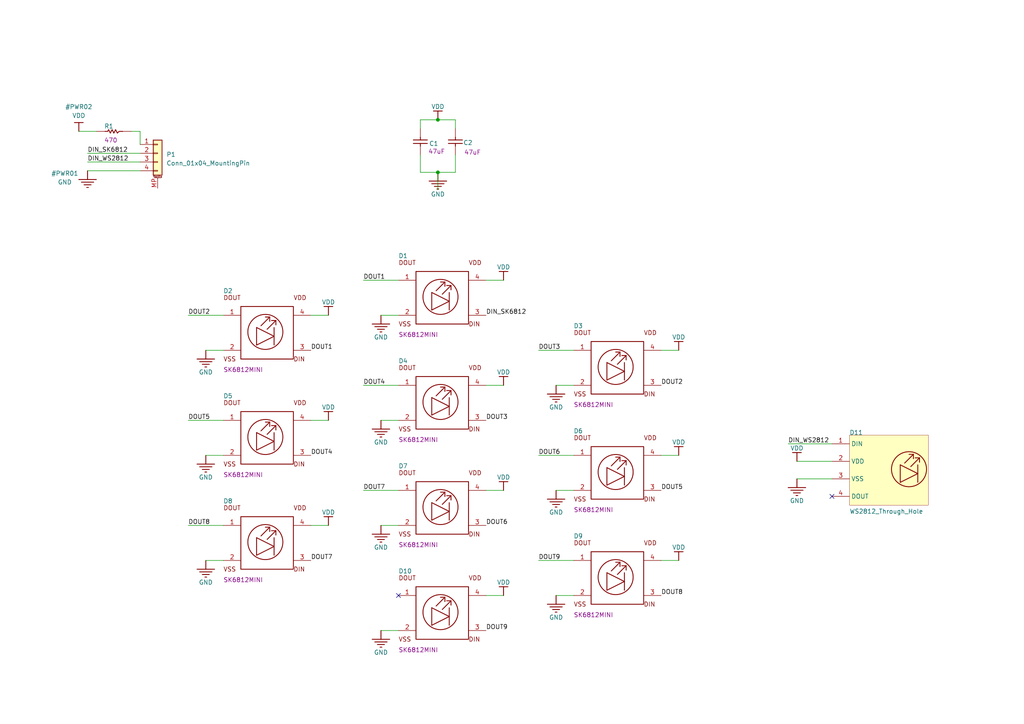
<source format=kicad_sch>
(kicad_sch
	(version 20231120)
	(generator "eeschema")
	(generator_version "8.0")
	(uuid "98bebfda-0a83-4f68-a72d-376502f6b681")
	(paper "A4")
	(lib_symbols
		(symbol "Connector_Generic_MountingPin:Conn_01x04_MountingPin"
			(pin_names
				(offset 1.016) hide)
			(exclude_from_sim no)
			(in_bom yes)
			(on_board yes)
			(property "Reference" "J"
				(at 0 5.08 0)
				(effects
					(font
						(size 1.27 1.27)
					)
				)
			)
			(property "Value" "Conn_01x04_MountingPin"
				(at 1.27 -7.62 0)
				(effects
					(font
						(size 1.27 1.27)
					)
					(justify left)
				)
			)
			(property "Footprint" ""
				(at 0 0 0)
				(effects
					(font
						(size 1.27 1.27)
					)
					(hide yes)
				)
			)
			(property "Datasheet" "~"
				(at 0 0 0)
				(effects
					(font
						(size 1.27 1.27)
					)
					(hide yes)
				)
			)
			(property "Description" "Generic connectable mounting pin connector, single row, 01x04, script generated (kicad-library-utils/schlib/autogen/connector/)"
				(at 0 0 0)
				(effects
					(font
						(size 1.27 1.27)
					)
					(hide yes)
				)
			)
			(property "ki_keywords" "connector"
				(at 0 0 0)
				(effects
					(font
						(size 1.27 1.27)
					)
					(hide yes)
				)
			)
			(property "ki_fp_filters" "Connector*:*_1x??-1MP*"
				(at 0 0 0)
				(effects
					(font
						(size 1.27 1.27)
					)
					(hide yes)
				)
			)
			(symbol "Conn_01x04_MountingPin_1_1"
				(rectangle
					(start -1.27 -4.953)
					(end 0 -5.207)
					(stroke
						(width 0.1524)
						(type default)
					)
					(fill
						(type none)
					)
				)
				(rectangle
					(start -1.27 -2.413)
					(end 0 -2.667)
					(stroke
						(width 0.1524)
						(type default)
					)
					(fill
						(type none)
					)
				)
				(rectangle
					(start -1.27 0.127)
					(end 0 -0.127)
					(stroke
						(width 0.1524)
						(type default)
					)
					(fill
						(type none)
					)
				)
				(rectangle
					(start -1.27 2.667)
					(end 0 2.413)
					(stroke
						(width 0.1524)
						(type default)
					)
					(fill
						(type none)
					)
				)
				(rectangle
					(start -1.27 3.81)
					(end 1.27 -6.35)
					(stroke
						(width 0.254)
						(type default)
					)
					(fill
						(type background)
					)
				)
				(polyline
					(pts
						(xy -1.016 -7.112) (xy 1.016 -7.112)
					)
					(stroke
						(width 0.1524)
						(type default)
					)
					(fill
						(type none)
					)
				)
				(text "Mounting"
					(at 0 -6.731 0)
					(effects
						(font
							(size 0.381 0.381)
						)
					)
				)
				(pin passive line
					(at -5.08 2.54 0)
					(length 3.81)
					(name "Pin_1"
						(effects
							(font
								(size 1.27 1.27)
							)
						)
					)
					(number "1"
						(effects
							(font
								(size 1.27 1.27)
							)
						)
					)
				)
				(pin passive line
					(at -5.08 0 0)
					(length 3.81)
					(name "Pin_2"
						(effects
							(font
								(size 1.27 1.27)
							)
						)
					)
					(number "2"
						(effects
							(font
								(size 1.27 1.27)
							)
						)
					)
				)
				(pin passive line
					(at -5.08 -2.54 0)
					(length 3.81)
					(name "Pin_3"
						(effects
							(font
								(size 1.27 1.27)
							)
						)
					)
					(number "3"
						(effects
							(font
								(size 1.27 1.27)
							)
						)
					)
				)
				(pin passive line
					(at -5.08 -5.08 0)
					(length 3.81)
					(name "Pin_4"
						(effects
							(font
								(size 1.27 1.27)
							)
						)
					)
					(number "4"
						(effects
							(font
								(size 1.27 1.27)
							)
						)
					)
				)
				(pin passive line
					(at 0 -10.16 90)
					(length 3.048)
					(name "MountPin"
						(effects
							(font
								(size 1.27 1.27)
							)
						)
					)
					(number "MP"
						(effects
							(font
								(size 1.27 1.27)
							)
						)
					)
				)
			)
		)
		(symbol "lixietube-altium-import:GND_POWER_GROUND"
			(power)
			(exclude_from_sim no)
			(in_bom yes)
			(on_board yes)
			(property "Reference" "#PWR"
				(at 0 0 0)
				(effects
					(font
						(size 1.27 1.27)
					)
				)
			)
			(property "Value" "GND"
				(at 0 6.35 0)
				(effects
					(font
						(size 1.27 1.27)
					)
				)
			)
			(property "Footprint" ""
				(at 0 0 0)
				(effects
					(font
						(size 1.27 1.27)
					)
					(hide yes)
				)
			)
			(property "Datasheet" ""
				(at 0 0 0)
				(effects
					(font
						(size 1.27 1.27)
					)
					(hide yes)
				)
			)
			(property "Description" "Power symbol creates a global label with name 'GND'"
				(at 0 0 0)
				(effects
					(font
						(size 1.27 1.27)
					)
					(hide yes)
				)
			)
			(property "ki_keywords" "power-flag"
				(at 0 0 0)
				(effects
					(font
						(size 1.27 1.27)
					)
					(hide yes)
				)
			)
			(symbol "GND_POWER_GROUND_0_0"
				(polyline
					(pts
						(xy -2.54 -2.54) (xy 2.54 -2.54)
					)
					(stroke
						(width 0.254)
						(type solid)
					)
					(fill
						(type none)
					)
				)
				(polyline
					(pts
						(xy -1.778 -3.302) (xy 1.778 -3.302)
					)
					(stroke
						(width 0.254)
						(type solid)
					)
					(fill
						(type none)
					)
				)
				(polyline
					(pts
						(xy -1.016 -4.064) (xy 1.016 -4.064)
					)
					(stroke
						(width 0.254)
						(type solid)
					)
					(fill
						(type none)
					)
				)
				(polyline
					(pts
						(xy -0.254 -4.826) (xy 0.254 -4.826)
					)
					(stroke
						(width 0.254)
						(type solid)
					)
					(fill
						(type none)
					)
				)
				(polyline
					(pts
						(xy 0 0) (xy 0 -2.54)
					)
					(stroke
						(width 0.254)
						(type solid)
					)
					(fill
						(type none)
					)
				)
				(pin power_in line
					(at 0 0 0)
					(length 0) hide
					(name "GND"
						(effects
							(font
								(size 1.27 1.27)
							)
						)
					)
					(number ""
						(effects
							(font
								(size 1.27 1.27)
							)
						)
					)
				)
			)
		)
		(symbol "lixietube-altium-import:VDD_BAR"
			(power)
			(exclude_from_sim no)
			(in_bom yes)
			(on_board yes)
			(property "Reference" "#PWR"
				(at 0 0 0)
				(effects
					(font
						(size 1.27 1.27)
					)
				)
			)
			(property "Value" "VDD"
				(at 0 3.81 0)
				(effects
					(font
						(size 1.27 1.27)
					)
				)
			)
			(property "Footprint" ""
				(at 0 0 0)
				(effects
					(font
						(size 1.27 1.27)
					)
					(hide yes)
				)
			)
			(property "Datasheet" ""
				(at 0 0 0)
				(effects
					(font
						(size 1.27 1.27)
					)
					(hide yes)
				)
			)
			(property "Description" "Power symbol creates a global label with name 'VDD'"
				(at 0 0 0)
				(effects
					(font
						(size 1.27 1.27)
					)
					(hide yes)
				)
			)
			(property "ki_keywords" "power-flag"
				(at 0 0 0)
				(effects
					(font
						(size 1.27 1.27)
					)
					(hide yes)
				)
			)
			(symbol "VDD_BAR_0_0"
				(polyline
					(pts
						(xy -1.27 -2.54) (xy 1.27 -2.54)
					)
					(stroke
						(width 0.254)
						(type solid)
					)
					(fill
						(type none)
					)
				)
				(polyline
					(pts
						(xy 0 0) (xy 0 -2.54)
					)
					(stroke
						(width 0.254)
						(type solid)
					)
					(fill
						(type none)
					)
				)
				(pin power_in line
					(at 0 0 0)
					(length 0) hide
					(name "VDD"
						(effects
							(font
								(size 1.27 1.27)
							)
						)
					)
					(number ""
						(effects
							(font
								(size 1.27 1.27)
							)
						)
					)
				)
			)
		)
		(symbol "lixietube-altium-import:root_0_Diode_SK6812MINI"
			(exclude_from_sim no)
			(in_bom yes)
			(on_board yes)
			(property "Reference" ""
				(at 0 0 0)
				(effects
					(font
						(size 1.27 1.27)
					)
				)
			)
			(property "Value" ""
				(at 0 0 0)
				(effects
					(font
						(size 1.27 1.27)
					)
				)
			)
			(property "Footprint" ""
				(at 0 0 0)
				(effects
					(font
						(size 1.27 1.27)
					)
					(hide yes)
				)
			)
			(property "Datasheet" ""
				(at 0 0 0)
				(effects
					(font
						(size 1.27 1.27)
					)
					(hide yes)
				)
			)
			(property "Description" "SMD LED 3535"
				(at 0 0 0)
				(effects
					(font
						(size 1.27 1.27)
					)
					(hide yes)
				)
			)
			(property "ki_fp_filters" "*SK6812MINI*"
				(at 0 0 0)
				(effects
					(font
						(size 1.27 1.27)
					)
					(hide yes)
				)
			)
			(symbol "root_0_Diode_SK6812MINI_1_0"
				(polyline
					(pts
						(xy 9.652 -13.716) (xy 14.732 -11.176)
					)
					(stroke
						(width 0.254)
						(type solid)
					)
					(fill
						(type none)
					)
				)
				(polyline
					(pts
						(xy 9.652 -8.636) (xy 9.652 -13.716)
					)
					(stroke
						(width 0.254)
						(type solid)
					)
					(fill
						(type none)
					)
				)
				(polyline
					(pts
						(xy 9.652 -8.636) (xy 14.732 -11.176)
					)
					(stroke
						(width 0.254)
						(type solid)
					)
					(fill
						(type none)
					)
				)
				(polyline
					(pts
						(xy 10.922 -8.128) (xy 13.462 -5.588)
					)
					(stroke
						(width 0.254)
						(type solid)
					)
					(fill
						(type none)
					)
				)
				(polyline
					(pts
						(xy 12.7 -9.144) (xy 15.24 -6.604)
					)
					(stroke
						(width 0.254)
						(type solid)
					)
					(fill
						(type none)
					)
				)
				(polyline
					(pts
						(xy 13.462 -5.588) (xy 12.192 -5.588)
					)
					(stroke
						(width 0.254)
						(type solid)
					)
					(fill
						(type none)
					)
				)
				(polyline
					(pts
						(xy 13.462 -5.588) (xy 13.462 -6.858)
					)
					(stroke
						(width 0.254)
						(type solid)
					)
					(fill
						(type none)
					)
				)
				(polyline
					(pts
						(xy 14.732 -8.636) (xy 14.732 -13.716)
					)
					(stroke
						(width 0.254)
						(type solid)
					)
					(fill
						(type none)
					)
				)
				(polyline
					(pts
						(xy 15.24 -6.604) (xy 13.97 -6.604)
					)
					(stroke
						(width 0.254)
						(type solid)
					)
					(fill
						(type none)
					)
				)
				(polyline
					(pts
						(xy 15.24 -6.604) (xy 15.24 -7.874)
					)
					(stroke
						(width 0.254)
						(type solid)
					)
					(fill
						(type none)
					)
				)
				(rectangle
					(start 5.08 -2.54)
					(end 20.32 -17.78)
					(stroke
						(width 0.254)
						(type solid)
						(color 128 0 0 1)
					)
					(fill
						(type none)
					)
				)
				(circle
					(center 12.192 -9.906)
					(radius 5.08)
					(stroke
						(width 0.254)
						(type solid)
					)
					(fill
						(type none)
					)
				)
				(text "DIN"
					(at 20.32 -17.78 0)
					(effects
						(font
							(size 1.27 1.27)
						)
						(justify left)
					)
				)
				(text "DOUT"
					(at 0 0 0)
					(effects
						(font
							(size 1.27 1.27)
						)
						(justify left)
					)
				)
				(text "VDD"
					(at 20.32 0 0)
					(effects
						(font
							(size 1.27 1.27)
						)
						(justify left)
					)
				)
				(text "VSS"
					(at 0 -17.78 0)
					(effects
						(font
							(size 1.27 1.27)
						)
						(justify left)
					)
				)
				(pin output line
					(at 0 -5.08 0)
					(length 5.08)
					(name "DOUT"
						(effects
							(font
								(size 0 0)
							)
						)
					)
					(number "1"
						(effects
							(font
								(size 1.27 1.27)
							)
						)
					)
				)
				(pin power_in line
					(at 0 -15.24 0)
					(length 5.08)
					(name "VSS"
						(effects
							(font
								(size 0 0)
							)
						)
					)
					(number "2"
						(effects
							(font
								(size 1.27 1.27)
							)
						)
					)
				)
				(pin input line
					(at 25.4 -15.24 180)
					(length 5.08)
					(name "DIN"
						(effects
							(font
								(size 0 0)
							)
						)
					)
					(number "3"
						(effects
							(font
								(size 1.27 1.27)
							)
						)
					)
				)
				(pin power_in line
					(at 25.4 -5.08 180)
					(length 5.08)
					(name "VDD"
						(effects
							(font
								(size 0 0)
							)
						)
					)
					(number "4"
						(effects
							(font
								(size 1.27 1.27)
							)
						)
					)
				)
			)
		)
		(symbol "lixietube-altium-import:root_0_WS2812_Through_Hole"
			(exclude_from_sim no)
			(in_bom yes)
			(on_board yes)
			(property "Reference" ""
				(at 0 0 0)
				(effects
					(font
						(size 1.27 1.27)
					)
				)
			)
			(property "Value" ""
				(at 0 0 0)
				(effects
					(font
						(size 1.27 1.27)
					)
				)
			)
			(property "Footprint" ""
				(at 0 0 0)
				(effects
					(font
						(size 1.27 1.27)
					)
					(hide yes)
				)
			)
			(property "Datasheet" ""
				(at 0 0 0)
				(effects
					(font
						(size 1.27 1.27)
					)
					(hide yes)
				)
			)
			(property "Description" ""
				(at 0 0 0)
				(effects
					(font
						(size 1.27 1.27)
					)
					(hide yes)
				)
			)
			(property "ki_fp_filters" "*WS2812_Through_Hole*"
				(at 0 0 0)
				(effects
					(font
						(size 1.27 1.27)
					)
					(hide yes)
				)
			)
			(symbol "root_0_WS2812_Through_Hole_1_0"
				(polyline
					(pts
						(xy 14.732 -3.556) (xy 19.812 -1.016)
					)
					(stroke
						(width 0.254)
						(type solid)
					)
					(fill
						(type none)
					)
				)
				(polyline
					(pts
						(xy 14.732 1.524) (xy 14.732 -3.556)
					)
					(stroke
						(width 0.254)
						(type solid)
					)
					(fill
						(type none)
					)
				)
				(polyline
					(pts
						(xy 14.732 1.524) (xy 19.812 -1.016)
					)
					(stroke
						(width 0.254)
						(type solid)
					)
					(fill
						(type none)
					)
				)
				(polyline
					(pts
						(xy 16.002 2.032) (xy 18.542 4.572)
					)
					(stroke
						(width 0.254)
						(type solid)
					)
					(fill
						(type none)
					)
				)
				(polyline
					(pts
						(xy 17.78 1.016) (xy 20.32 3.556)
					)
					(stroke
						(width 0.254)
						(type solid)
					)
					(fill
						(type none)
					)
				)
				(polyline
					(pts
						(xy 18.542 4.572) (xy 17.272 4.572)
					)
					(stroke
						(width 0.254)
						(type solid)
					)
					(fill
						(type none)
					)
				)
				(polyline
					(pts
						(xy 18.542 4.572) (xy 18.542 3.302)
					)
					(stroke
						(width 0.254)
						(type solid)
					)
					(fill
						(type none)
					)
				)
				(polyline
					(pts
						(xy 19.812 1.524) (xy 19.812 -3.556)
					)
					(stroke
						(width 0.254)
						(type solid)
					)
					(fill
						(type none)
					)
				)
				(polyline
					(pts
						(xy 20.32 3.556) (xy 19.05 3.556)
					)
					(stroke
						(width 0.254)
						(type solid)
					)
					(fill
						(type none)
					)
				)
				(polyline
					(pts
						(xy 20.32 3.556) (xy 20.32 2.286)
					)
					(stroke
						(width 0.254)
						(type solid)
					)
					(fill
						(type none)
					)
				)
				(circle
					(center 17.272 0.254)
					(radius 5.08)
					(stroke
						(width 0.254)
						(type solid)
					)
					(fill
						(type none)
					)
				)
				(rectangle
					(start 22.86 10.16)
					(end 0 -10.16)
					(stroke
						(width 0.0254)
						(type solid)
						(color 128 0 0 1)
					)
					(fill
						(type background)
					)
				)
				(pin input line
					(at -5.08 7.62 0)
					(length 5.08)
					(name "DIN"
						(effects
							(font
								(size 1.27 1.27)
							)
						)
					)
					(number "1"
						(effects
							(font
								(size 1.27 1.27)
							)
						)
					)
				)
				(pin power_in line
					(at -5.08 2.54 0)
					(length 5.08)
					(name "VDD"
						(effects
							(font
								(size 1.27 1.27)
							)
						)
					)
					(number "2"
						(effects
							(font
								(size 1.27 1.27)
							)
						)
					)
				)
				(pin power_in line
					(at -5.08 -2.54 0)
					(length 5.08)
					(name "VSS"
						(effects
							(font
								(size 1.27 1.27)
							)
						)
					)
					(number "3"
						(effects
							(font
								(size 1.27 1.27)
							)
						)
					)
				)
				(pin output line
					(at -5.08 -7.62 0)
					(length 5.08)
					(name "DOUT"
						(effects
							(font
								(size 1.27 1.27)
							)
						)
					)
					(number "4"
						(effects
							(font
								(size 1.27 1.27)
							)
						)
					)
				)
			)
		)
		(symbol "lixietube-altium-import:root_1_C"
			(exclude_from_sim no)
			(in_bom yes)
			(on_board yes)
			(property "Reference" ""
				(at 0 0 0)
				(effects
					(font
						(size 1.27 1.27)
					)
				)
			)
			(property "Value" ""
				(at 0 0 0)
				(effects
					(font
						(size 1.27 1.27)
					)
				)
			)
			(property "Footprint" ""
				(at 0 0 0)
				(effects
					(font
						(size 1.27 1.27)
					)
					(hide yes)
				)
			)
			(property "Datasheet" ""
				(at 0 0 0)
				(effects
					(font
						(size 1.27 1.27)
					)
					(hide yes)
				)
			)
			(property "Description" "Capacitor"
				(at 0 0 0)
				(effects
					(font
						(size 1.27 1.27)
					)
					(hide yes)
				)
			)
			(property "ki_fp_filters" "*0805C*"
				(at 0 0 0)
				(effects
					(font
						(size 1.27 1.27)
					)
					(hide yes)
				)
			)
			(symbol "root_1_C_1_0"
				(polyline
					(pts
						(xy -2.032 5.588) (xy 2.032 5.588)
					)
					(stroke
						(width 0.254)
						(type solid)
					)
					(fill
						(type none)
					)
				)
				(polyline
					(pts
						(xy 0 3.81) (xy 0 4.572)
					)
					(stroke
						(width 0.254)
						(type solid)
					)
					(fill
						(type none)
					)
				)
				(polyline
					(pts
						(xy 0 6.35) (xy 0 5.588)
					)
					(stroke
						(width 0.254)
						(type solid)
					)
					(fill
						(type none)
					)
				)
				(polyline
					(pts
						(xy 2.032 4.572) (xy -2.032 4.572)
					)
					(stroke
						(width 0.254)
						(type solid)
					)
					(fill
						(type none)
					)
				)
				(pin passive line
					(at 0 8.89 270)
					(length 2.54)
					(name "1"
						(effects
							(font
								(size 0 0)
							)
						)
					)
					(number "1"
						(effects
							(font
								(size 0 0)
							)
						)
					)
				)
				(pin passive line
					(at 0 1.27 90)
					(length 2.54)
					(name "2"
						(effects
							(font
								(size 0 0)
							)
						)
					)
					(number "2"
						(effects
							(font
								(size 0 0)
							)
						)
					)
				)
			)
		)
		(symbol "lixietube-altium-import:root_1_R"
			(exclude_from_sim no)
			(in_bom yes)
			(on_board yes)
			(property "Reference" ""
				(at 0 0 0)
				(effects
					(font
						(size 1.27 1.27)
					)
				)
			)
			(property "Value" ""
				(at 0 0 0)
				(effects
					(font
						(size 1.27 1.27)
					)
				)
			)
			(property "Footprint" ""
				(at 0 0 0)
				(effects
					(font
						(size 1.27 1.27)
					)
					(hide yes)
				)
			)
			(property "Datasheet" ""
				(at 0 0 0)
				(effects
					(font
						(size 1.27 1.27)
					)
					(hide yes)
				)
			)
			(property "Description" "Resistor"
				(at 0 0 0)
				(effects
					(font
						(size 1.27 1.27)
					)
					(hide yes)
				)
			)
			(property "ki_fp_filters" "*0805*"
				(at 0 0 0)
				(effects
					(font
						(size 1.27 1.27)
					)
					(hide yes)
				)
			)
			(symbol "root_1_R_1_0"
				(polyline
					(pts
						(xy 7.62 0) (xy 6.604 0) (xy 6.096 -0.508) (xy 5.588 0.508) (xy 5.08 -0.508) (xy 4.572 0.508)
						(xy 4.064 -0.508) (xy 3.556 0.508) (xy 3.302 0) (xy 2.54 0)
					)
					(stroke
						(width 0.254)
						(type solid)
					)
					(fill
						(type none)
					)
				)
				(pin passive line
					(at 10.16 0 180)
					(length 2.54)
					(name ""
						(effects
							(font
								(size 1.27 1.27)
							)
						)
					)
					(number "1"
						(effects
							(font
								(size 0 0)
							)
						)
					)
				)
				(pin passive line
					(at 0 0 0)
					(length 2.54)
					(name ""
						(effects
							(font
								(size 1.27 1.27)
							)
						)
					)
					(number "2"
						(effects
							(font
								(size 0 0)
							)
						)
					)
				)
			)
		)
	)
	(junction
		(at 127 34.7472)
		(diameter 0)
		(color 0 0 0 0)
		(uuid "0cd7f6e4-b2be-4673-a72e-7af8eb93d36f")
	)
	(junction
		(at 127 49.9872)
		(diameter 0)
		(color 0 0 0 0)
		(uuid "7b298b9b-03e3-4b55-a4af-88fd09ba296e")
	)
	(no_connect
		(at 115.57 172.72)
		(uuid "2e8acbb8-7894-43d5-a3e2-e99521b54c37")
	)
	(no_connect
		(at 241.3 143.9672)
		(uuid "a31a86e5-7452-4cc4-b31e-f29ac2ec1ca1")
	)
	(wire
		(pts
			(xy 95.25 121.92) (xy 90.17 121.92)
		)
		(stroke
			(width 0)
			(type default)
		)
		(uuid "066a6d32-c2b1-46f7-adea-67df8015f8c3")
	)
	(wire
		(pts
			(xy 161.29 172.72) (xy 166.37 172.72)
		)
		(stroke
			(width 0)
			(type default)
		)
		(uuid "08aa336a-6ffc-4291-9940-c5e68a95f0fc")
	)
	(wire
		(pts
			(xy 59.69 101.6) (xy 64.77 101.6)
		)
		(stroke
			(width 0)
			(type default)
		)
		(uuid "0c3f8024-048c-4bdb-9bb3-e73f0ab54ef0")
	)
	(wire
		(pts
			(xy 59.69 132.08) (xy 64.77 132.08)
		)
		(stroke
			(width 0)
			(type default)
		)
		(uuid "1561dd5e-24f3-4098-ba47-4f039457c924")
	)
	(wire
		(pts
			(xy 110.49 121.92) (xy 115.57 121.92)
		)
		(stroke
			(width 0)
			(type default)
		)
		(uuid "1cb5cc79-aaa7-482c-a0db-67be886cf585")
	)
	(wire
		(pts
			(xy 156.21 101.6) (xy 166.37 101.6)
		)
		(stroke
			(width 0)
			(type default)
		)
		(uuid "1d609292-3f8c-4377-bdcf-bfefdae92236")
	)
	(wire
		(pts
			(xy 231.14 138.8872) (xy 241.3 138.8872)
		)
		(stroke
			(width 0)
			(type default)
		)
		(uuid "1d803b00-73b8-4768-bb89-dc1e722b79d6")
	)
	(wire
		(pts
			(xy 59.69 162.56) (xy 64.77 162.56)
		)
		(stroke
			(width 0)
			(type default)
		)
		(uuid "1e4d09e7-eeb4-44f6-84d1-574562c81acc")
	)
	(wire
		(pts
			(xy 196.85 101.6) (xy 191.77 101.6)
		)
		(stroke
			(width 0)
			(type default)
		)
		(uuid "235300bb-ef90-4bcb-9a65-9ae2bf941eb1")
	)
	(wire
		(pts
			(xy 54.61 152.4) (xy 64.77 152.4)
		)
		(stroke
			(width 0)
			(type default)
		)
		(uuid "32a6efeb-3f62-4f9c-b63b-851e38bd8aa3")
	)
	(wire
		(pts
			(xy 127 49.9872) (xy 132.08 49.9872)
		)
		(stroke
			(width 0)
			(type default)
		)
		(uuid "36653792-937a-4f18-bf08-6419d6e9b349")
	)
	(wire
		(pts
			(xy 105.41 142.24) (xy 115.57 142.24)
		)
		(stroke
			(width 0)
			(type default)
		)
		(uuid "38971019-6677-44eb-bd3e-864460296515")
	)
	(wire
		(pts
			(xy 127 34.7472) (xy 132.08 34.7472)
		)
		(stroke
			(width 0)
			(type default)
		)
		(uuid "3b348b62-38ce-458f-af91-a58e53e590a4")
	)
	(wire
		(pts
			(xy 231.14 133.8072) (xy 241.3 133.8072)
		)
		(stroke
			(width 0)
			(type default)
		)
		(uuid "3cd7778c-f349-4d21-9a8f-c014c4af01b5")
	)
	(wire
		(pts
			(xy 121.92 44.9072) (xy 121.92 49.9872)
		)
		(stroke
			(width 0)
			(type default)
		)
		(uuid "3e3f222d-46c3-461d-bf66-47b94fafc617")
	)
	(wire
		(pts
			(xy 146.05 81.28) (xy 140.97 81.28)
		)
		(stroke
			(width 0)
			(type default)
		)
		(uuid "405e67a8-276d-4875-ae6f-d9a66637ddcf")
	)
	(wire
		(pts
			(xy 25.4 49.53) (xy 40.64 49.53)
		)
		(stroke
			(width 0)
			(type default)
		)
		(uuid "40eb7854-dac4-440e-a4ad-dac4ff67c4b8")
	)
	(wire
		(pts
			(xy 146.05 111.76) (xy 140.97 111.76)
		)
		(stroke
			(width 0)
			(type default)
		)
		(uuid "491db154-9470-4ed8-b3d0-f8794fc14310")
	)
	(wire
		(pts
			(xy 121.92 37.2872) (xy 121.92 34.7472)
		)
		(stroke
			(width 0)
			(type default)
		)
		(uuid "4ab68a67-9e65-4310-8ee8-6ca4063ba166")
	)
	(wire
		(pts
			(xy 95.25 91.44) (xy 90.17 91.44)
		)
		(stroke
			(width 0)
			(type default)
		)
		(uuid "4bbf0edc-e90c-4ca3-9f68-103992134917")
	)
	(wire
		(pts
			(xy 132.08 34.7472) (xy 132.08 37.2872)
		)
		(stroke
			(width 0)
			(type default)
		)
		(uuid "54511864-b722-44e3-8c7c-dcb64be025fa")
	)
	(wire
		(pts
			(xy 228.6 128.7272) (xy 241.3 128.7272)
		)
		(stroke
			(width 0)
			(type default)
		)
		(uuid "5b483322-3256-4276-9c02-cc204606830e")
	)
	(wire
		(pts
			(xy 127 49.9872) (xy 127 55.0672)
		)
		(stroke
			(width 0)
			(type default)
		)
		(uuid "679c7968-30b7-4481-b901-30ed73e658b7")
	)
	(wire
		(pts
			(xy 110.49 152.4) (xy 115.57 152.4)
		)
		(stroke
			(width 0)
			(type default)
		)
		(uuid "6bc04758-0944-4cf9-9261-41a4150db5fa")
	)
	(wire
		(pts
			(xy 40.64 44.45) (xy 25.4 44.45)
		)
		(stroke
			(width 0)
			(type default)
		)
		(uuid "6fa1b5dd-b5c1-435d-b30f-fb650f6c8f36")
	)
	(wire
		(pts
			(xy 146.05 172.72) (xy 140.97 172.72)
		)
		(stroke
			(width 0)
			(type default)
		)
		(uuid "71db5845-1732-4780-8481-f0a2e575e667")
	)
	(wire
		(pts
			(xy 146.05 142.24) (xy 140.97 142.24)
		)
		(stroke
			(width 0)
			(type default)
		)
		(uuid "77d227b6-f365-4ba0-b270-8544c146533c")
	)
	(wire
		(pts
			(xy 95.25 152.4) (xy 90.17 152.4)
		)
		(stroke
			(width 0)
			(type default)
		)
		(uuid "7d5cdc70-6b2b-480c-af4a-dfb3bfd9f816")
	)
	(wire
		(pts
			(xy 121.92 49.9872) (xy 127 49.9872)
		)
		(stroke
			(width 0)
			(type default)
		)
		(uuid "819b6d3e-f748-4512-a589-17ac1da6fabd")
	)
	(wire
		(pts
			(xy 121.92 34.7472) (xy 127 34.7472)
		)
		(stroke
			(width 0)
			(type default)
		)
		(uuid "86160413-1ebc-4b6a-b4a9-01f2b9211154")
	)
	(wire
		(pts
			(xy 161.29 142.24) (xy 166.37 142.24)
		)
		(stroke
			(width 0)
			(type default)
		)
		(uuid "8ca6d07e-5cb9-42ae-b314-9371821a8f6e")
	)
	(wire
		(pts
			(xy 110.49 91.44) (xy 115.57 91.44)
		)
		(stroke
			(width 0)
			(type default)
		)
		(uuid "8f2d94c6-2231-4584-8fb1-33e5326e2f74")
	)
	(wire
		(pts
			(xy 156.21 162.56) (xy 166.37 162.56)
		)
		(stroke
			(width 0)
			(type default)
		)
		(uuid "907c7274-e40d-4c28-85fc-35287eac02d6")
	)
	(wire
		(pts
			(xy 54.61 121.92) (xy 64.77 121.92)
		)
		(stroke
			(width 0)
			(type default)
		)
		(uuid "9fc300a6-a86e-44fc-8177-aa3d10c6fb8d")
	)
	(wire
		(pts
			(xy 54.61 91.44) (xy 64.77 91.44)
		)
		(stroke
			(width 0)
			(type default)
		)
		(uuid "a4daa2d9-c085-43f7-ab69-4b8c56d3918b")
	)
	(wire
		(pts
			(xy 25.4 46.99) (xy 40.64 46.99)
		)
		(stroke
			(width 0)
			(type default)
		)
		(uuid "a9b95e6a-1c88-4b0a-bb1c-7397358fba90")
	)
	(wire
		(pts
			(xy 38.1 38.1) (xy 40.64 38.1)
		)
		(stroke
			(width 0)
			(type default)
		)
		(uuid "b6fb4135-e8a0-46bc-8654-0a3b5f062dbf")
	)
	(wire
		(pts
			(xy 110.49 182.88) (xy 115.57 182.88)
		)
		(stroke
			(width 0)
			(type default)
		)
		(uuid "b75480f4-7b95-49c1-a3f7-db05cc1646eb")
	)
	(wire
		(pts
			(xy 105.41 111.76) (xy 115.57 111.76)
		)
		(stroke
			(width 0)
			(type default)
		)
		(uuid "ba0c8a49-82d6-4766-95bb-0d3395ea7634")
	)
	(wire
		(pts
			(xy 22.86 38.1) (xy 27.94 38.1)
		)
		(stroke
			(width 0)
			(type default)
		)
		(uuid "bb292bd3-9f83-4cfd-97c3-06d6057632b2")
	)
	(wire
		(pts
			(xy 156.21 132.08) (xy 166.37 132.08)
		)
		(stroke
			(width 0)
			(type default)
		)
		(uuid "bd99d13d-d34d-4517-8b0a-b89ba3d44d4f")
	)
	(wire
		(pts
			(xy 40.64 38.1) (xy 40.64 41.91)
		)
		(stroke
			(width 0)
			(type default)
		)
		(uuid "bdd20c23-d470-4a4e-8b5b-dac6c71f5bae")
	)
	(wire
		(pts
			(xy 196.85 132.08) (xy 191.77 132.08)
		)
		(stroke
			(width 0)
			(type default)
		)
		(uuid "d6a5e3c9-e3e3-4d5d-9293-18157a855ab8")
	)
	(wire
		(pts
			(xy 105.41 81.28) (xy 115.57 81.28)
		)
		(stroke
			(width 0)
			(type default)
		)
		(uuid "d9479c15-c34f-4027-b6cf-7f20fc89c1ca")
	)
	(wire
		(pts
			(xy 161.29 111.76) (xy 166.37 111.76)
		)
		(stroke
			(width 0)
			(type default)
		)
		(uuid "dd89c892-81aa-4706-a89a-fe1068b87b62")
	)
	(wire
		(pts
			(xy 196.85 162.56) (xy 191.77 162.56)
		)
		(stroke
			(width 0)
			(type default)
		)
		(uuid "e433829f-b4c1-4d1a-84c5-a96a0331076e")
	)
	(wire
		(pts
			(xy 132.08 49.9872) (xy 132.08 44.9072)
		)
		(stroke
			(width 0)
			(type default)
		)
		(uuid "e6208331-b6d0-4d36-af52-511055466c57")
	)
	(label "DIN_SK6812"
		(at 25.4 44.45 0)
		(fields_autoplaced yes)
		(effects
			(font
				(size 1.27 1.27)
			)
			(justify left bottom)
		)
		(uuid "1e17e0d7-f8f8-44ef-99ed-baa66206a9a8")
	)
	(label "DOUT8"
		(at 191.77 172.72 0)
		(fields_autoplaced yes)
		(effects
			(font
				(size 1.27 1.27)
			)
			(justify left bottom)
		)
		(uuid "229977ab-c946-44e8-9a42-93f6c3ad63b2")
	)
	(label "DIN_WS2812"
		(at 228.6 128.7272 0)
		(fields_autoplaced yes)
		(effects
			(font
				(size 1.27 1.27)
			)
			(justify left bottom)
		)
		(uuid "233447c5-f073-425f-b909-904d3d482238")
	)
	(label "DOUT2"
		(at 191.77 111.76 0)
		(fields_autoplaced yes)
		(effects
			(font
				(size 1.27 1.27)
			)
			(justify left bottom)
		)
		(uuid "2653ab74-d5bb-4cb2-923b-dc1f951921a3")
	)
	(label "DOUT1"
		(at 90.17 101.6 0)
		(fields_autoplaced yes)
		(effects
			(font
				(size 1.27 1.27)
			)
			(justify left bottom)
		)
		(uuid "36dd69a7-98f0-4cf7-a3b8-beec7599226f")
	)
	(label "DOUT8"
		(at 54.61 152.4 0)
		(fields_autoplaced yes)
		(effects
			(font
				(size 1.27 1.27)
			)
			(justify left bottom)
		)
		(uuid "64223fd1-6f04-4490-b09d-6d6d3bc4366a")
	)
	(label "DIN_SK6812"
		(at 140.97 91.44 0)
		(fields_autoplaced yes)
		(effects
			(font
				(size 1.27 1.27)
			)
			(justify left bottom)
		)
		(uuid "67acfca0-2eec-44e5-9409-a0f01b2ecc14")
	)
	(label "DOUT1"
		(at 105.41 81.28 0)
		(fields_autoplaced yes)
		(effects
			(font
				(size 1.27 1.27)
			)
			(justify left bottom)
		)
		(uuid "70c49a2e-f942-49ce-805c-99861b20bb01")
	)
	(label "DOUT4"
		(at 90.17 132.08 0)
		(fields_autoplaced yes)
		(effects
			(font
				(size 1.27 1.27)
			)
			(justify left bottom)
		)
		(uuid "72e808f4-328a-475a-b088-96d2e8ea6d20")
	)
	(label "DOUT3"
		(at 140.97 121.92 0)
		(fields_autoplaced yes)
		(effects
			(font
				(size 1.27 1.27)
			)
			(justify left bottom)
		)
		(uuid "9f1ba9c0-6490-4e89-88ac-426490b142a6")
	)
	(label "DOUT6"
		(at 156.21 132.08 0)
		(fields_autoplaced yes)
		(effects
			(font
				(size 1.27 1.27)
			)
			(justify left bottom)
		)
		(uuid "bcb59bde-a1bb-42f2-986a-fe7f1355ead3")
	)
	(label "DOUT7"
		(at 105.41 142.24 0)
		(fields_autoplaced yes)
		(effects
			(font
				(size 1.27 1.27)
			)
			(justify left bottom)
		)
		(uuid "bf006b3d-c72e-4bf5-aed1-b309068a7e16")
	)
	(label "DOUT7"
		(at 90.17 162.56 0)
		(fields_autoplaced yes)
		(effects
			(font
				(size 1.27 1.27)
			)
			(justify left bottom)
		)
		(uuid "cc8db832-43ee-44df-b5d4-7c6f3cd976fa")
	)
	(label "DOUT5"
		(at 191.77 142.24 0)
		(fields_autoplaced yes)
		(effects
			(font
				(size 1.27 1.27)
			)
			(justify left bottom)
		)
		(uuid "ce23bb01-7ef0-4a81-b2e2-8d74c476ef33")
	)
	(label "DOUT4"
		(at 105.41 111.76 0)
		(fields_autoplaced yes)
		(effects
			(font
				(size 1.27 1.27)
			)
			(justify left bottom)
		)
		(uuid "d7e78d59-1fbc-4216-bbfa-b6c9c7770e22")
	)
	(label "DOUT9"
		(at 140.97 182.88 0)
		(fields_autoplaced yes)
		(effects
			(font
				(size 1.27 1.27)
			)
			(justify left bottom)
		)
		(uuid "d8d81286-4595-49fe-87a7-0d57db68ff2b")
	)
	(label "DIN_WS2812"
		(at 25.4 46.99 0)
		(fields_autoplaced yes)
		(effects
			(font
				(size 1.27 1.27)
			)
			(justify left bottom)
		)
		(uuid "d9210135-2c72-4d05-b1b1-b52318cc7885")
	)
	(label "DOUT9"
		(at 156.21 162.56 0)
		(fields_autoplaced yes)
		(effects
			(font
				(size 1.27 1.27)
			)
			(justify left bottom)
		)
		(uuid "e1200230-ced3-4e1f-8026-20aae6a9a4d5")
	)
	(label "DOUT3"
		(at 156.21 101.6 0)
		(fields_autoplaced yes)
		(effects
			(font
				(size 1.27 1.27)
			)
			(justify left bottom)
		)
		(uuid "e54a5fbb-02f9-46b5-b8a1-5825905922f3")
	)
	(label "DOUT2"
		(at 54.61 91.44 0)
		(fields_autoplaced yes)
		(effects
			(font
				(size 1.27 1.27)
			)
			(justify left bottom)
		)
		(uuid "e5d067b4-cf18-4e47-873a-f0260170c845")
	)
	(label "DOUT6"
		(at 140.97 152.4 0)
		(fields_autoplaced yes)
		(effects
			(font
				(size 1.27 1.27)
			)
			(justify left bottom)
		)
		(uuid "e9829084-8f5f-46be-b8a4-b9fc133e9249")
	)
	(label "DOUT5"
		(at 54.61 121.92 0)
		(fields_autoplaced yes)
		(effects
			(font
				(size 1.27 1.27)
			)
			(justify left bottom)
		)
		(uuid "fa803d5e-0b67-41a8-a9ea-872307b2d2ea")
	)
	(symbol
		(lib_id "lixietube-altium-import:GND_POWER_GROUND")
		(at 161.29 172.72 0)
		(unit 1)
		(exclude_from_sim no)
		(in_bom yes)
		(on_board yes)
		(dnp no)
		(uuid "024a5978-f443-4af6-8daa-ee57edcb0ea1")
		(property "Reference" "#PWR?"
			(at 161.29 172.72 0)
			(effects
				(font
					(size 1.27 1.27)
				)
				(hide yes)
			)
		)
		(property "Value" "GND"
			(at 161.29 179.07 0)
			(effects
				(font
					(size 1.27 1.27)
				)
			)
		)
		(property "Footprint" ""
			(at 161.29 172.72 0)
			(effects
				(font
					(size 1.27 1.27)
				)
				(hide yes)
			)
		)
		(property "Datasheet" ""
			(at 161.29 172.72 0)
			(effects
				(font
					(size 1.27 1.27)
				)
				(hide yes)
			)
		)
		(property "Description" ""
			(at 161.29 172.72 0)
			(effects
				(font
					(size 1.27 1.27)
				)
				(hide yes)
			)
		)
		(pin ""
			(uuid "947f9d9b-ffb2-47e1-a379-16618cf465f4")
		)
		(instances
			(project ""
				(path "/98bebfda-0a83-4f68-a72d-376502f6b681"
					(reference "#PWR?")
					(unit 1)
				)
			)
		)
	)
	(symbol
		(lib_id "lixietube-altium-import:VDD_BAR")
		(at 22.86 38.1 180)
		(unit 1)
		(exclude_from_sim no)
		(in_bom yes)
		(on_board yes)
		(dnp no)
		(uuid "09f30baa-84e5-47e7-ae0b-68e18d48bcda")
		(property "Reference" "#PWR02"
			(at 22.86 30.988 0)
			(effects
				(font
					(size 1.27 1.27)
				)
			)
		)
		(property "Value" "VDD"
			(at 22.86 33.528 0)
			(effects
				(font
					(size 1.27 1.27)
				)
			)
		)
		(property "Footprint" ""
			(at 22.86 38.1 0)
			(effects
				(font
					(size 1.27 1.27)
				)
				(hide yes)
			)
		)
		(property "Datasheet" ""
			(at 22.86 38.1 0)
			(effects
				(font
					(size 1.27 1.27)
				)
				(hide yes)
			)
		)
		(property "Description" "Power symbol creates a global label with name 'VDD'"
			(at 22.86 38.1 0)
			(effects
				(font
					(size 1.27 1.27)
				)
				(hide yes)
			)
		)
		(pin ""
			(uuid "8c2f5f0a-3aa4-4b96-a81b-5b1739b7f9aa")
		)
		(instances
			(project ""
				(path "/98bebfda-0a83-4f68-a72d-376502f6b681"
					(reference "#PWR02")
					(unit 1)
				)
			)
		)
	)
	(symbol
		(lib_id "lixietube-altium-import:root_0_Diode_SK6812MINI")
		(at 115.57 167.64 0)
		(unit 1)
		(exclude_from_sim no)
		(in_bom yes)
		(on_board yes)
		(dnp no)
		(uuid "0a32eff3-f8db-4676-9699-264926dbc1d0")
		(property "Reference" "D10"
			(at 115.57 166.37 0)
			(effects
				(font
					(size 1.27 1.27)
				)
				(justify left bottom)
			)
		)
		(property "Value" "Diode_SK6812MINI"
			(at 115.57 193.04 0)
			(effects
				(font
					(size 1.27 1.27)
				)
				(justify left bottom)
				(hide yes)
			)
		)
		(property "Footprint" "SK6812MINI"
			(at 115.57 167.64 0)
			(effects
				(font
					(size 1.27 1.27)
				)
				(hide yes)
			)
		)
		(property "Datasheet" ""
			(at 115.57 167.64 0)
			(effects
				(font
					(size 1.27 1.27)
				)
				(hide yes)
			)
		)
		(property "Description" "SMD LED 3535"
			(at 115.57 167.64 0)
			(effects
				(font
					(size 1.27 1.27)
				)
				(hide yes)
			)
		)
		(property "HELPURL" "https://upverter.com/upn/revision/c89e73b2d25df682/"
			(at 115.57 167.64 0)
			(effects
				(font
					(size 1.27 1.27)
				)
				(justify left bottom)
				(hide yes)
			)
		)
		(property "COMPONENTLINK2DESCRIPTION" "Datasheet"
			(at 115.57 167.64 0)
			(effects
				(font
					(size 1.27 1.27)
				)
				(justify left bottom)
				(hide yes)
			)
		)
		(property "TEMPERATURE" "-40°C to +85°C"
			(at 115.57 167.64 0)
			(effects
				(font
					(size 1.27 1.27)
				)
				(justify left bottom)
				(hide yes)
			)
		)
		(property "PACKAGE" "SMT_LED_5MM0"
			(at 115.57 167.64 0)
			(effects
				(font
					(size 1.27 1.27)
				)
				(justify left bottom)
				(hide yes)
			)
		)
		(property "SUPPLIER 2" "Mouser"
			(at 115.57 167.64 0)
			(effects
				(font
					(size 1.27 1.27)
				)
				(justify left bottom)
				(hide yes)
			)
		)
		(property "SUPPLIER 1" "Digi-Key"
			(at 115.57 167.64 0)
			(effects
				(font
					(size 1.27 1.27)
				)
				(justify left bottom)
				(hide yes)
			)
		)
		(property "COMPONENTLINK1URL" "https://upverter.com/upn/revision/c89e73b2d25df682/"
			(at 115.57 167.64 0)
			(effects
				(font
					(size 1.27 1.27)
				)
				(justify left bottom)
				(hide yes)
			)
		)
		(property "SUPPLIER PART NUMBER 2" ""
			(at 115.57 167.64 0)
			(effects
				(font
					(size 1.27 1.27)
				)
				(justify left bottom)
				(hide yes)
			)
		)
		(property "SUPPLIER PART NUMBER 1" ""
			(at 115.57 167.64 0)
			(effects
				(font
					(size 1.27 1.27)
				)
				(justify left bottom)
				(hide yes)
			)
		)
		(property "MANUFACTURER" "Adafruit"
			(at 115.57 167.64 0)
			(effects
				(font
					(size 1.27 1.27)
				)
				(justify left bottom)
				(hide yes)
			)
		)
		(property "COMPONENTLINK1DESCRIPTION" "Upverter"
			(at 115.57 167.64 0)
			(effects
				(font
					(size 1.27 1.27)
				)
				(justify left bottom)
				(hide yes)
			)
		)
		(property "COMPONENTLINK2URL" "https://cdn-shop.adafruit.com/product-files/1138/SK6812+LED+datasheet+.pdf"
			(at 115.57 167.64 0)
			(effects
				(font
					(size 1.27 1.27)
				)
				(justify left bottom)
				(hide yes)
			)
		)
		(property "ROHS" "TRUE"
			(at 115.57 167.64 0)
			(effects
				(font
					(size 1.27 1.27)
				)
				(justify left bottom)
				(hide yes)
			)
		)
		(property "TEMPERATURE RANGE HIGH" "+85°C"
			(at 115.57 167.64 0)
			(effects
				(font
					(size 1.27 1.27)
				)
				(justify left bottom)
				(hide yes)
			)
		)
		(property "TEMPERATURE RANGE LOW" "-40°C"
			(at 115.57 167.64 0)
			(effects
				(font
					(size 1.27 1.27)
				)
				(justify left bottom)
				(hide yes)
			)
		)
		(property "LEAD FREE" "yes"
			(at 115.57 167.64 0)
			(effects
				(font
					(size 1.27 1.27)
				)
				(justify left bottom)
				(hide yes)
			)
		)
		(property "IPC LAND PATTERN NAME" "SOIC320P540X160-4"
			(at 115.57 167.64 0)
			(effects
				(font
					(size 1.27 1.27)
				)
				(justify left bottom)
				(hide yes)
			)
		)
		(property "PART NUMBER" "SK6812MINI"
			(at 115.57 189.23 0)
			(effects
				(font
					(size 1.27 1.27)
				)
				(justify left bottom)
			)
		)
		(pin "2"
			(uuid "d0d66a9e-759f-433d-80d1-45430f5f7279")
		)
		(pin "1"
			(uuid "278a1fb5-b33f-4f08-964b-2768cdb15951")
		)
		(pin "4"
			(uuid "55e1e596-27c2-43f6-82e5-23643ebfb1f4")
		)
		(pin "3"
			(uuid "64831093-806e-46ed-aef9-fdc51d3669d6")
		)
		(instances
			(project ""
				(path "/98bebfda-0a83-4f68-a72d-376502f6b681"
					(reference "D10")
					(unit 1)
				)
			)
		)
	)
	(symbol
		(lib_id "lixietube-altium-import:root_0_Diode_SK6812MINI")
		(at 115.57 106.68 0)
		(unit 1)
		(exclude_from_sim no)
		(in_bom yes)
		(on_board yes)
		(dnp no)
		(uuid "10a1420d-1f91-4382-8c6c-94fc4066a821")
		(property "Reference" "D4"
			(at 115.57 105.41 0)
			(effects
				(font
					(size 1.27 1.27)
				)
				(justify left bottom)
			)
		)
		(property "Value" "Diode_SK6812MINI"
			(at 115.57 132.08 0)
			(effects
				(font
					(size 1.27 1.27)
				)
				(justify left bottom)
				(hide yes)
			)
		)
		(property "Footprint" "SK6812MINI"
			(at 115.57 106.68 0)
			(effects
				(font
					(size 1.27 1.27)
				)
				(hide yes)
			)
		)
		(property "Datasheet" ""
			(at 115.57 106.68 0)
			(effects
				(font
					(size 1.27 1.27)
				)
				(hide yes)
			)
		)
		(property "Description" "SMD LED 3535"
			(at 115.57 106.68 0)
			(effects
				(font
					(size 1.27 1.27)
				)
				(hide yes)
			)
		)
		(property "HELPURL" "https://upverter.com/upn/revision/c89e73b2d25df682/"
			(at 115.57 106.68 0)
			(effects
				(font
					(size 1.27 1.27)
				)
				(justify left bottom)
				(hide yes)
			)
		)
		(property "COMPONENTLINK2DESCRIPTION" "Datasheet"
			(at 115.57 106.68 0)
			(effects
				(font
					(size 1.27 1.27)
				)
				(justify left bottom)
				(hide yes)
			)
		)
		(property "TEMPERATURE" "-40°C to +85°C"
			(at 115.57 106.68 0)
			(effects
				(font
					(size 1.27 1.27)
				)
				(justify left bottom)
				(hide yes)
			)
		)
		(property "PACKAGE" "SMT_LED_5MM0"
			(at 115.57 106.68 0)
			(effects
				(font
					(size 1.27 1.27)
				)
				(justify left bottom)
				(hide yes)
			)
		)
		(property "SUPPLIER 2" "Mouser"
			(at 115.57 106.68 0)
			(effects
				(font
					(size 1.27 1.27)
				)
				(justify left bottom)
				(hide yes)
			)
		)
		(property "SUPPLIER 1" "Digi-Key"
			(at 115.57 106.68 0)
			(effects
				(font
					(size 1.27 1.27)
				)
				(justify left bottom)
				(hide yes)
			)
		)
		(property "COMPONENTLINK1URL" "https://upverter.com/upn/revision/c89e73b2d25df682/"
			(at 115.57 106.68 0)
			(effects
				(font
					(size 1.27 1.27)
				)
				(justify left bottom)
				(hide yes)
			)
		)
		(property "SUPPLIER PART NUMBER 2" ""
			(at 115.57 106.68 0)
			(effects
				(font
					(size 1.27 1.27)
				)
				(justify left bottom)
				(hide yes)
			)
		)
		(property "SUPPLIER PART NUMBER 1" ""
			(at 115.57 106.68 0)
			(effects
				(font
					(size 1.27 1.27)
				)
				(justify left bottom)
				(hide yes)
			)
		)
		(property "MANUFACTURER" "Adafruit"
			(at 115.57 106.68 0)
			(effects
				(font
					(size 1.27 1.27)
				)
				(justify left bottom)
				(hide yes)
			)
		)
		(property "COMPONENTLINK1DESCRIPTION" "Upverter"
			(at 115.57 106.68 0)
			(effects
				(font
					(size 1.27 1.27)
				)
				(justify left bottom)
				(hide yes)
			)
		)
		(property "COMPONENTLINK2URL" "https://cdn-shop.adafruit.com/product-files/1138/SK6812+LED+datasheet+.pdf"
			(at 115.57 106.68 0)
			(effects
				(font
					(size 1.27 1.27)
				)
				(justify left bottom)
				(hide yes)
			)
		)
		(property "ROHS" "TRUE"
			(at 115.57 106.68 0)
			(effects
				(font
					(size 1.27 1.27)
				)
				(justify left bottom)
				(hide yes)
			)
		)
		(property "TEMPERATURE RANGE HIGH" "+85°C"
			(at 115.57 106.68 0)
			(effects
				(font
					(size 1.27 1.27)
				)
				(justify left bottom)
				(hide yes)
			)
		)
		(property "TEMPERATURE RANGE LOW" "-40°C"
			(at 115.57 106.68 0)
			(effects
				(font
					(size 1.27 1.27)
				)
				(justify left bottom)
				(hide yes)
			)
		)
		(property "LEAD FREE" "yes"
			(at 115.57 106.68 0)
			(effects
				(font
					(size 1.27 1.27)
				)
				(justify left bottom)
				(hide yes)
			)
		)
		(property "IPC LAND PATTERN NAME" "SOIC320P540X160-4"
			(at 115.57 106.68 0)
			(effects
				(font
					(size 1.27 1.27)
				)
				(justify left bottom)
				(hide yes)
			)
		)
		(property "PART NUMBER" "SK6812MINI"
			(at 115.57 128.27 0)
			(effects
				(font
					(size 1.27 1.27)
				)
				(justify left bottom)
			)
		)
		(pin "1"
			(uuid "e682434d-5645-4332-b2b2-2dc69179bf0b")
		)
		(pin "3"
			(uuid "8348a71d-93e2-4a5b-b733-616cc4a395a8")
		)
		(pin "2"
			(uuid "5aab7770-68e2-4d75-a805-8b0f602d4152")
		)
		(pin "4"
			(uuid "311651cc-2ee6-4903-a07d-a971dab9929b")
		)
		(instances
			(project ""
				(path "/98bebfda-0a83-4f68-a72d-376502f6b681"
					(reference "D4")
					(unit 1)
				)
			)
		)
	)
	(symbol
		(lib_id "lixietube-altium-import:GND_POWER_GROUND")
		(at 110.49 182.88 0)
		(unit 1)
		(exclude_from_sim no)
		(in_bom yes)
		(on_board yes)
		(dnp no)
		(uuid "10f5dd1c-32bc-456a-9abf-a83c24685394")
		(property "Reference" "#PWR?"
			(at 110.49 182.88 0)
			(effects
				(font
					(size 1.27 1.27)
				)
				(hide yes)
			)
		)
		(property "Value" "GND"
			(at 110.49 189.23 0)
			(effects
				(font
					(size 1.27 1.27)
				)
			)
		)
		(property "Footprint" ""
			(at 110.49 182.88 0)
			(effects
				(font
					(size 1.27 1.27)
				)
				(hide yes)
			)
		)
		(property "Datasheet" ""
			(at 110.49 182.88 0)
			(effects
				(font
					(size 1.27 1.27)
				)
				(hide yes)
			)
		)
		(property "Description" ""
			(at 110.49 182.88 0)
			(effects
				(font
					(size 1.27 1.27)
				)
				(hide yes)
			)
		)
		(pin ""
			(uuid "cfbc8d37-9f92-4dea-ae6c-c98dcd363107")
		)
		(instances
			(project ""
				(path "/98bebfda-0a83-4f68-a72d-376502f6b681"
					(reference "#PWR?")
					(unit 1)
				)
			)
		)
	)
	(symbol
		(lib_id "lixietube-altium-import:root_0_Diode_SK6812MINI")
		(at 115.57 76.2 0)
		(unit 1)
		(exclude_from_sim no)
		(in_bom yes)
		(on_board yes)
		(dnp no)
		(uuid "130e02ef-ff89-4c7b-9377-f0f6a3c88240")
		(property "Reference" "D1"
			(at 115.57 74.93 0)
			(effects
				(font
					(size 1.27 1.27)
				)
				(justify left bottom)
			)
		)
		(property "Value" "Diode_SK6812MINI"
			(at 115.57 101.6 0)
			(effects
				(font
					(size 1.27 1.27)
				)
				(justify left bottom)
				(hide yes)
			)
		)
		(property "Footprint" "SK6812MINI"
			(at 115.57 76.2 0)
			(effects
				(font
					(size 1.27 1.27)
				)
				(hide yes)
			)
		)
		(property "Datasheet" ""
			(at 115.57 76.2 0)
			(effects
				(font
					(size 1.27 1.27)
				)
				(hide yes)
			)
		)
		(property "Description" "SMD LED 3535"
			(at 115.57 76.2 0)
			(effects
				(font
					(size 1.27 1.27)
				)
				(hide yes)
			)
		)
		(property "HELPURL" "https://upverter.com/upn/revision/c89e73b2d25df682/"
			(at 115.57 76.2 0)
			(effects
				(font
					(size 1.27 1.27)
				)
				(justify left bottom)
				(hide yes)
			)
		)
		(property "COMPONENTLINK2DESCRIPTION" "Datasheet"
			(at 115.57 76.2 0)
			(effects
				(font
					(size 1.27 1.27)
				)
				(justify left bottom)
				(hide yes)
			)
		)
		(property "TEMPERATURE" "-40°C to +85°C"
			(at 115.57 76.2 0)
			(effects
				(font
					(size 1.27 1.27)
				)
				(justify left bottom)
				(hide yes)
			)
		)
		(property "PACKAGE" "SMT_LED_5MM0"
			(at 115.57 76.2 0)
			(effects
				(font
					(size 1.27 1.27)
				)
				(justify left bottom)
				(hide yes)
			)
		)
		(property "SUPPLIER 2" "Mouser"
			(at 115.57 76.2 0)
			(effects
				(font
					(size 1.27 1.27)
				)
				(justify left bottom)
				(hide yes)
			)
		)
		(property "SUPPLIER 1" "Digi-Key"
			(at 115.57 76.2 0)
			(effects
				(font
					(size 1.27 1.27)
				)
				(justify left bottom)
				(hide yes)
			)
		)
		(property "COMPONENTLINK1URL" "https://upverter.com/upn/revision/c89e73b2d25df682/"
			(at 115.57 76.2 0)
			(effects
				(font
					(size 1.27 1.27)
				)
				(justify left bottom)
				(hide yes)
			)
		)
		(property "SUPPLIER PART NUMBER 2" ""
			(at 115.57 76.2 0)
			(effects
				(font
					(size 1.27 1.27)
				)
				(justify left bottom)
				(hide yes)
			)
		)
		(property "SUPPLIER PART NUMBER 1" ""
			(at 115.57 76.2 0)
			(effects
				(font
					(size 1.27 1.27)
				)
				(justify left bottom)
				(hide yes)
			)
		)
		(property "MANUFACTURER" "Adafruit"
			(at 115.57 76.2 0)
			(effects
				(font
					(size 1.27 1.27)
				)
				(justify left bottom)
				(hide yes)
			)
		)
		(property "COMPONENTLINK1DESCRIPTION" "Upverter"
			(at 115.57 76.2 0)
			(effects
				(font
					(size 1.27 1.27)
				)
				(justify left bottom)
				(hide yes)
			)
		)
		(property "COMPONENTLINK2URL" "https://cdn-shop.adafruit.com/product-files/1138/SK6812+LED+datasheet+.pdf"
			(at 115.57 76.2 0)
			(effects
				(font
					(size 1.27 1.27)
				)
				(justify left bottom)
				(hide yes)
			)
		)
		(property "ROHS" "TRUE"
			(at 115.57 76.2 0)
			(effects
				(font
					(size 1.27 1.27)
				)
				(justify left bottom)
				(hide yes)
			)
		)
		(property "TEMPERATURE RANGE HIGH" "+85°C"
			(at 115.57 76.2 0)
			(effects
				(font
					(size 1.27 1.27)
				)
				(justify left bottom)
				(hide yes)
			)
		)
		(property "TEMPERATURE RANGE LOW" "-40°C"
			(at 115.57 76.2 0)
			(effects
				(font
					(size 1.27 1.27)
				)
				(justify left bottom)
				(hide yes)
			)
		)
		(property "LEAD FREE" "yes"
			(at 115.57 76.2 0)
			(effects
				(font
					(size 1.27 1.27)
				)
				(justify left bottom)
				(hide yes)
			)
		)
		(property "IPC LAND PATTERN NAME" "SOIC320P540X160-4"
			(at 115.57 76.2 0)
			(effects
				(font
					(size 1.27 1.27)
				)
				(justify left bottom)
				(hide yes)
			)
		)
		(property "PART NUMBER" "SK6812MINI"
			(at 115.57 97.79 0)
			(effects
				(font
					(size 1.27 1.27)
				)
				(justify left bottom)
			)
		)
		(pin "2"
			(uuid "612ac38b-2bd9-4f23-8679-a361d7d9f004")
		)
		(pin "4"
			(uuid "51f674a2-484e-43c8-b7fa-814e04988ae2")
		)
		(pin "1"
			(uuid "80def3b2-c782-4e73-aa38-4d1d68ca769e")
		)
		(pin "3"
			(uuid "fe897954-13bf-451f-aadd-af3327f604c7")
		)
		(instances
			(project ""
				(path "/98bebfda-0a83-4f68-a72d-376502f6b681"
					(reference "D1")
					(unit 1)
				)
			)
		)
	)
	(symbol
		(lib_id "lixietube-altium-import:GND_POWER_GROUND")
		(at 127 49.9872 0)
		(unit 1)
		(exclude_from_sim no)
		(in_bom yes)
		(on_board yes)
		(dnp no)
		(uuid "1dfa7e48-f46a-44f0-a039-9d270d26d590")
		(property "Reference" "#PWR?"
			(at 127 49.9872 0)
			(effects
				(font
					(size 1.27 1.27)
				)
				(hide yes)
			)
		)
		(property "Value" "GND"
			(at 127 56.3372 0)
			(effects
				(font
					(size 1.27 1.27)
				)
			)
		)
		(property "Footprint" ""
			(at 127 49.9872 0)
			(effects
				(font
					(size 1.27 1.27)
				)
				(hide yes)
			)
		)
		(property "Datasheet" ""
			(at 127 49.9872 0)
			(effects
				(font
					(size 1.27 1.27)
				)
				(hide yes)
			)
		)
		(property "Description" ""
			(at 127 49.9872 0)
			(effects
				(font
					(size 1.27 1.27)
				)
				(hide yes)
			)
		)
		(pin ""
			(uuid "4df3da26-88a0-42f3-8920-1f7b6b544ef5")
		)
		(instances
			(project ""
				(path "/98bebfda-0a83-4f68-a72d-376502f6b681"
					(reference "#PWR?")
					(unit 1)
				)
			)
		)
	)
	(symbol
		(lib_id "lixietube-altium-import:root_1_R")
		(at 27.94 38.1 0)
		(unit 1)
		(exclude_from_sim no)
		(in_bom yes)
		(on_board yes)
		(dnp no)
		(uuid "260f296e-b208-40d1-999b-4e361e06cd82")
		(property "Reference" "R1"
			(at 30.226 37.338 0)
			(effects
				(font
					(size 1.27 1.27)
				)
				(justify left bottom)
			)
		)
		(property "Value" "${ALTIUM_VALUE}"
			(at 27.432 37.338 0)
			(effects
				(font
					(size 1.27 1.27)
				)
				(justify left bottom)
				(hide yes)
			)
		)
		(property "Footprint" "0805"
			(at 27.94 38.1 0)
			(effects
				(font
					(size 1.27 1.27)
				)
				(hide yes)
			)
		)
		(property "Datasheet" ""
			(at 27.94 38.1 0)
			(effects
				(font
					(size 1.27 1.27)
				)
				(hide yes)
			)
		)
		(property "Description" "Resistor"
			(at 27.94 38.1 0)
			(effects
				(font
					(size 1.27 1.27)
				)
				(hide yes)
			)
		)
		(property "SUPPLIER 1" "*"
			(at 27.432 37.338 0)
			(effects
				(font
					(size 1.27 1.27)
				)
				(justify left bottom)
				(hide yes)
			)
		)
		(property "SUPPLER PART NUMBER 1" "*"
			(at 27.432 37.338 0)
			(effects
				(font
					(size 1.27 1.27)
				)
				(justify left bottom)
				(hide yes)
			)
		)
		(property "REVIEWED BY" "RM - 2018/08/05"
			(at 27.432 37.338 0)
			(effects
				(font
					(size 1.27 1.27)
				)
				(justify left bottom)
				(hide yes)
			)
		)
		(property "ALTIUM_VALUE" "470"
			(at 30.226 41.402 0)
			(effects
				(font
					(size 1.27 1.27)
				)
				(justify left bottom)
			)
		)
		(pin "1"
			(uuid "844ef950-16ae-4d4f-b955-1f1ed8398921")
		)
		(pin "2"
			(uuid "51420d2e-bcf7-4e33-82ac-5886f149f670")
		)
		(instances
			(project ""
				(path "/98bebfda-0a83-4f68-a72d-376502f6b681"
					(reference "R1")
					(unit 1)
				)
			)
		)
	)
	(symbol
		(lib_id "lixietube-altium-import:root_1_C")
		(at 132.08 46.1772 0)
		(unit 1)
		(exclude_from_sim no)
		(in_bom yes)
		(on_board yes)
		(dnp no)
		(uuid "2ba38902-fb11-4aea-b9cc-165a23240398")
		(property "Reference" "C2"
			(at 134.366 42.1132 0)
			(effects
				(font
					(size 1.27 1.27)
				)
				(justify left bottom)
			)
		)
		(property "Value" "${ALTIUM_VALUE}"
			(at 129.794 36.7792 0)
			(effects
				(font
					(size 1.27 1.27)
				)
				(justify left bottom)
				(hide yes)
			)
		)
		(property "Footprint" "0805C"
			(at 132.08 46.1772 0)
			(effects
				(font
					(size 1.27 1.27)
				)
				(hide yes)
			)
		)
		(property "Datasheet" ""
			(at 132.08 46.1772 0)
			(effects
				(font
					(size 1.27 1.27)
				)
				(hide yes)
			)
		)
		(property "Description" "Capacitor"
			(at 132.08 46.1772 0)
			(effects
				(font
					(size 1.27 1.27)
				)
				(hide yes)
			)
		)
		(property "REVISION" "July-2002: Re-released for DXP Platform."
			(at 129.794 36.7792 0)
			(effects
				(font
					(size 1.27 1.27)
				)
				(justify left bottom)
				(hide yes)
			)
		)
		(property "SUPPLIER 1" "*"
			(at 129.794 36.7792 0)
			(effects
				(font
					(size 1.27 1.27)
				)
				(justify left bottom)
				(hide yes)
			)
		)
		(property "SUPPLIER PART NUMBER 1" "*"
			(at 129.794 36.7792 0)
			(effects
				(font
					(size 1.27 1.27)
				)
				(justify left bottom)
				(hide yes)
			)
		)
		(property "REVIEWED BY" "RM - 2018/08/05"
			(at 129.794 36.7792 0)
			(effects
				(font
					(size 1.27 1.27)
				)
				(justify left bottom)
				(hide yes)
			)
		)
		(property "ALTIUM_VALUE" "47uF"
			(at 134.62 44.9072 0)
			(effects
				(font
					(size 1.27 1.27)
				)
				(justify left bottom)
			)
		)
		(pin "1"
			(uuid "90938179-9fa1-4dbe-870d-9d05045fdca0")
		)
		(pin "2"
			(uuid "be63be8b-d894-47db-a7e1-d71296e51e61")
		)
		(instances
			(project ""
				(path "/98bebfda-0a83-4f68-a72d-376502f6b681"
					(reference "C2")
					(unit 1)
				)
			)
		)
	)
	(symbol
		(lib_id "lixietube-altium-import:VDD_BAR")
		(at 146.05 142.24 180)
		(unit 1)
		(exclude_from_sim no)
		(in_bom yes)
		(on_board yes)
		(dnp no)
		(uuid "3b93dcee-9cba-43d1-952e-15cff23bd04f")
		(property "Reference" "#PWR?"
			(at 146.05 142.24 0)
			(effects
				(font
					(size 1.27 1.27)
				)
				(hide yes)
			)
		)
		(property "Value" "VDD"
			(at 146.05 138.43 0)
			(effects
				(font
					(size 1.27 1.27)
				)
			)
		)
		(property "Footprint" ""
			(at 146.05 142.24 0)
			(effects
				(font
					(size 1.27 1.27)
				)
				(hide yes)
			)
		)
		(property "Datasheet" ""
			(at 146.05 142.24 0)
			(effects
				(font
					(size 1.27 1.27)
				)
				(hide yes)
			)
		)
		(property "Description" ""
			(at 146.05 142.24 0)
			(effects
				(font
					(size 1.27 1.27)
				)
				(hide yes)
			)
		)
		(pin ""
			(uuid "8beafdbb-bb32-4e12-8554-a7ea5a07269f")
		)
		(instances
			(project ""
				(path "/98bebfda-0a83-4f68-a72d-376502f6b681"
					(reference "#PWR?")
					(unit 1)
				)
			)
		)
	)
	(symbol
		(lib_id "lixietube-altium-import:GND_POWER_GROUND")
		(at 59.69 162.56 0)
		(unit 1)
		(exclude_from_sim no)
		(in_bom yes)
		(on_board yes)
		(dnp no)
		(uuid "4312c142-c5c5-472b-9459-ff9fb56b488a")
		(property "Reference" "#PWR?"
			(at 59.69 162.56 0)
			(effects
				(font
					(size 1.27 1.27)
				)
				(hide yes)
			)
		)
		(property "Value" "GND"
			(at 59.69 168.91 0)
			(effects
				(font
					(size 1.27 1.27)
				)
			)
		)
		(property "Footprint" ""
			(at 59.69 162.56 0)
			(effects
				(font
					(size 1.27 1.27)
				)
				(hide yes)
			)
		)
		(property "Datasheet" ""
			(at 59.69 162.56 0)
			(effects
				(font
					(size 1.27 1.27)
				)
				(hide yes)
			)
		)
		(property "Description" ""
			(at 59.69 162.56 0)
			(effects
				(font
					(size 1.27 1.27)
				)
				(hide yes)
			)
		)
		(pin ""
			(uuid "9b466869-34be-47fb-ac99-480dd43c6cbc")
		)
		(instances
			(project ""
				(path "/98bebfda-0a83-4f68-a72d-376502f6b681"
					(reference "#PWR?")
					(unit 1)
				)
			)
		)
	)
	(symbol
		(lib_id "lixietube-altium-import:GND_POWER_GROUND")
		(at 59.69 101.6 0)
		(unit 1)
		(exclude_from_sim no)
		(in_bom yes)
		(on_board yes)
		(dnp no)
		(uuid "45f3305e-ae70-4bbf-baaf-604475465a6f")
		(property "Reference" "#PWR?"
			(at 59.69 101.6 0)
			(effects
				(font
					(size 1.27 1.27)
				)
				(hide yes)
			)
		)
		(property "Value" "GND"
			(at 59.69 107.95 0)
			(effects
				(font
					(size 1.27 1.27)
				)
			)
		)
		(property "Footprint" ""
			(at 59.69 101.6 0)
			(effects
				(font
					(size 1.27 1.27)
				)
				(hide yes)
			)
		)
		(property "Datasheet" ""
			(at 59.69 101.6 0)
			(effects
				(font
					(size 1.27 1.27)
				)
				(hide yes)
			)
		)
		(property "Description" ""
			(at 59.69 101.6 0)
			(effects
				(font
					(size 1.27 1.27)
				)
				(hide yes)
			)
		)
		(pin ""
			(uuid "ff2ead7b-af8f-4d18-84a1-eb97fbe7a958")
		)
		(instances
			(project ""
				(path "/98bebfda-0a83-4f68-a72d-376502f6b681"
					(reference "#PWR?")
					(unit 1)
				)
			)
		)
	)
	(symbol
		(lib_id "Connector_Generic_MountingPin:Conn_01x04_MountingPin")
		(at 45.72 44.45 0)
		(unit 1)
		(exclude_from_sim no)
		(in_bom yes)
		(on_board yes)
		(dnp no)
		(fields_autoplaced yes)
		(uuid "46dca4aa-30be-4918-9360-bf276669527d")
		(property "Reference" "P1"
			(at 48.26 44.8055 0)
			(effects
				(font
					(size 1.27 1.27)
				)
				(justify left)
			)
		)
		(property "Value" "Conn_01x04_MountingPin"
			(at 48.26 47.3455 0)
			(effects
				(font
					(size 1.27 1.27)
				)
				(justify left)
			)
		)
		(property "Footprint" ""
			(at 45.72 44.45 0)
			(effects
				(font
					(size 1.27 1.27)
				)
				(hide yes)
			)
		)
		(property "Datasheet" "~"
			(at 45.72 44.45 0)
			(effects
				(font
					(size 1.27 1.27)
				)
				(hide yes)
			)
		)
		(property "Description" "Generic connectable mounting pin connector, single row, 01x04, script generated (kicad-library-utils/schlib/autogen/connector/)"
			(at 45.72 44.45 0)
			(effects
				(font
					(size 1.27 1.27)
				)
				(hide yes)
			)
		)
		(pin "3"
			(uuid "123dfb94-81b9-44e1-9f22-7d2672bba174")
		)
		(pin "4"
			(uuid "e6b2c9ef-2548-4e9e-8f5c-669a77844f3e")
		)
		(pin "2"
			(uuid "24575c16-58a0-426b-bd9e-7bacef30ffb3")
		)
		(pin "1"
			(uuid "9692120b-1a23-4e24-af01-1958c57d5d86")
		)
		(pin "MP"
			(uuid "ef35ab60-f7f7-469f-ba7a-ccebb961e0df")
		)
		(instances
			(project ""
				(path "/98bebfda-0a83-4f68-a72d-376502f6b681"
					(reference "P1")
					(unit 1)
				)
			)
		)
	)
	(symbol
		(lib_id "lixietube-altium-import:root_0_Diode_SK6812MINI")
		(at 64.77 147.32 0)
		(unit 1)
		(exclude_from_sim no)
		(in_bom yes)
		(on_board yes)
		(dnp no)
		(uuid "55ebb96e-0350-4c28-9cdb-289b3d2159b8")
		(property "Reference" "D8"
			(at 64.77 146.05 0)
			(effects
				(font
					(size 1.27 1.27)
				)
				(justify left bottom)
			)
		)
		(property "Value" "Diode_SK6812MINI"
			(at 64.77 172.72 0)
			(effects
				(font
					(size 1.27 1.27)
				)
				(justify left bottom)
				(hide yes)
			)
		)
		(property "Footprint" "SK6812MINI"
			(at 64.77 147.32 0)
			(effects
				(font
					(size 1.27 1.27)
				)
				(hide yes)
			)
		)
		(property "Datasheet" ""
			(at 64.77 147.32 0)
			(effects
				(font
					(size 1.27 1.27)
				)
				(hide yes)
			)
		)
		(property "Description" "SMD LED 3535"
			(at 64.77 147.32 0)
			(effects
				(font
					(size 1.27 1.27)
				)
				(hide yes)
			)
		)
		(property "HELPURL" "https://upverter.com/upn/revision/c89e73b2d25df682/"
			(at 64.77 147.32 0)
			(effects
				(font
					(size 1.27 1.27)
				)
				(justify left bottom)
				(hide yes)
			)
		)
		(property "COMPONENTLINK2DESCRIPTION" "Datasheet"
			(at 64.77 147.32 0)
			(effects
				(font
					(size 1.27 1.27)
				)
				(justify left bottom)
				(hide yes)
			)
		)
		(property "TEMPERATURE" "-40°C to +85°C"
			(at 64.77 147.32 0)
			(effects
				(font
					(size 1.27 1.27)
				)
				(justify left bottom)
				(hide yes)
			)
		)
		(property "PACKAGE" "SMT_LED_5MM0"
			(at 64.77 147.32 0)
			(effects
				(font
					(size 1.27 1.27)
				)
				(justify left bottom)
				(hide yes)
			)
		)
		(property "SUPPLIER 2" "Mouser"
			(at 64.77 147.32 0)
			(effects
				(font
					(size 1.27 1.27)
				)
				(justify left bottom)
				(hide yes)
			)
		)
		(property "SUPPLIER 1" "Digi-Key"
			(at 64.77 147.32 0)
			(effects
				(font
					(size 1.27 1.27)
				)
				(justify left bottom)
				(hide yes)
			)
		)
		(property "COMPONENTLINK1URL" "https://upverter.com/upn/revision/c89e73b2d25df682/"
			(at 64.77 147.32 0)
			(effects
				(font
					(size 1.27 1.27)
				)
				(justify left bottom)
				(hide yes)
			)
		)
		(property "SUPPLIER PART NUMBER 2" ""
			(at 64.77 147.32 0)
			(effects
				(font
					(size 1.27 1.27)
				)
				(justify left bottom)
				(hide yes)
			)
		)
		(property "SUPPLIER PART NUMBER 1" ""
			(at 64.77 147.32 0)
			(effects
				(font
					(size 1.27 1.27)
				)
				(justify left bottom)
				(hide yes)
			)
		)
		(property "MANUFACTURER" "Adafruit"
			(at 64.77 147.32 0)
			(effects
				(font
					(size 1.27 1.27)
				)
				(justify left bottom)
				(hide yes)
			)
		)
		(property "COMPONENTLINK1DESCRIPTION" "Upverter"
			(at 64.77 147.32 0)
			(effects
				(font
					(size 1.27 1.27)
				)
				(justify left bottom)
				(hide yes)
			)
		)
		(property "COMPONENTLINK2URL" "https://cdn-shop.adafruit.com/product-files/1138/SK6812+LED+datasheet+.pdf"
			(at 64.77 147.32 0)
			(effects
				(font
					(size 1.27 1.27)
				)
				(justify left bottom)
				(hide yes)
			)
		)
		(property "ROHS" "TRUE"
			(at 64.77 147.32 0)
			(effects
				(font
					(size 1.27 1.27)
				)
				(justify left bottom)
				(hide yes)
			)
		)
		(property "TEMPERATURE RANGE HIGH" "+85°C"
			(at 64.77 147.32 0)
			(effects
				(font
					(size 1.27 1.27)
				)
				(justify left bottom)
				(hide yes)
			)
		)
		(property "TEMPERATURE RANGE LOW" "-40°C"
			(at 64.77 147.32 0)
			(effects
				(font
					(size 1.27 1.27)
				)
				(justify left bottom)
				(hide yes)
			)
		)
		(property "LEAD FREE" "yes"
			(at 64.77 147.32 0)
			(effects
				(font
					(size 1.27 1.27)
				)
				(justify left bottom)
				(hide yes)
			)
		)
		(property "IPC LAND PATTERN NAME" "SOIC320P540X160-4"
			(at 64.77 147.32 0)
			(effects
				(font
					(size 1.27 1.27)
				)
				(justify left bottom)
				(hide yes)
			)
		)
		(property "PART NUMBER" "SK6812MINI"
			(at 64.77 168.91 0)
			(effects
				(font
					(size 1.27 1.27)
				)
				(justify left bottom)
			)
		)
		(pin "1"
			(uuid "7f268849-ae25-4f14-8983-552a9a232a18")
		)
		(pin "2"
			(uuid "bcd1c9f2-07fc-4429-bdbb-089793e005ee")
		)
		(pin "4"
			(uuid "f9dd9dab-f9c0-4123-8777-3e83f695011f")
		)
		(pin "3"
			(uuid "137dc53a-483c-469d-932d-b9041a9f4d88")
		)
		(instances
			(project ""
				(path "/98bebfda-0a83-4f68-a72d-376502f6b681"
					(reference "D8")
					(unit 1)
				)
			)
		)
	)
	(symbol
		(lib_id "lixietube-altium-import:GND_POWER_GROUND")
		(at 110.49 121.92 0)
		(unit 1)
		(exclude_from_sim no)
		(in_bom yes)
		(on_board yes)
		(dnp no)
		(uuid "6135be9e-f897-46c5-a50c-aef416ea8521")
		(property "Reference" "#PWR?"
			(at 110.49 121.92 0)
			(effects
				(font
					(size 1.27 1.27)
				)
				(hide yes)
			)
		)
		(property "Value" "GND"
			(at 110.49 128.27 0)
			(effects
				(font
					(size 1.27 1.27)
				)
			)
		)
		(property "Footprint" ""
			(at 110.49 121.92 0)
			(effects
				(font
					(size 1.27 1.27)
				)
				(hide yes)
			)
		)
		(property "Datasheet" ""
			(at 110.49 121.92 0)
			(effects
				(font
					(size 1.27 1.27)
				)
				(hide yes)
			)
		)
		(property "Description" ""
			(at 110.49 121.92 0)
			(effects
				(font
					(size 1.27 1.27)
				)
				(hide yes)
			)
		)
		(pin ""
			(uuid "51449abc-e505-4ec9-87c1-d7e7d8bffdea")
		)
		(instances
			(project ""
				(path "/98bebfda-0a83-4f68-a72d-376502f6b681"
					(reference "#PWR?")
					(unit 1)
				)
			)
		)
	)
	(symbol
		(lib_id "lixietube-altium-import:VDD_BAR")
		(at 95.25 121.92 180)
		(unit 1)
		(exclude_from_sim no)
		(in_bom yes)
		(on_board yes)
		(dnp no)
		(uuid "6a4fb4b3-5b10-4d89-80a3-f5c908cc3ff2")
		(property "Reference" "#PWR?"
			(at 95.25 121.92 0)
			(effects
				(font
					(size 1.27 1.27)
				)
				(hide yes)
			)
		)
		(property "Value" "VDD"
			(at 95.25 118.11 0)
			(effects
				(font
					(size 1.27 1.27)
				)
			)
		)
		(property "Footprint" ""
			(at 95.25 121.92 0)
			(effects
				(font
					(size 1.27 1.27)
				)
				(hide yes)
			)
		)
		(property "Datasheet" ""
			(at 95.25 121.92 0)
			(effects
				(font
					(size 1.27 1.27)
				)
				(hide yes)
			)
		)
		(property "Description" ""
			(at 95.25 121.92 0)
			(effects
				(font
					(size 1.27 1.27)
				)
				(hide yes)
			)
		)
		(pin ""
			(uuid "54e374e2-625a-494b-ba2e-440523e419a3")
		)
		(instances
			(project ""
				(path "/98bebfda-0a83-4f68-a72d-376502f6b681"
					(reference "#PWR?")
					(unit 1)
				)
			)
		)
	)
	(symbol
		(lib_id "lixietube-altium-import:VDD_BAR")
		(at 146.05 81.28 180)
		(unit 1)
		(exclude_from_sim no)
		(in_bom yes)
		(on_board yes)
		(dnp no)
		(uuid "7792a084-f0aa-4a59-89fd-47654a7c992d")
		(property "Reference" "#PWR?"
			(at 146.05 81.28 0)
			(effects
				(font
					(size 1.27 1.27)
				)
				(hide yes)
			)
		)
		(property "Value" "VDD"
			(at 146.05 77.47 0)
			(effects
				(font
					(size 1.27 1.27)
				)
			)
		)
		(property "Footprint" ""
			(at 146.05 81.28 0)
			(effects
				(font
					(size 1.27 1.27)
				)
				(hide yes)
			)
		)
		(property "Datasheet" ""
			(at 146.05 81.28 0)
			(effects
				(font
					(size 1.27 1.27)
				)
				(hide yes)
			)
		)
		(property "Description" ""
			(at 146.05 81.28 0)
			(effects
				(font
					(size 1.27 1.27)
				)
				(hide yes)
			)
		)
		(pin ""
			(uuid "a11beeec-8db3-47c4-b8cf-cfa0e9bb2090")
		)
		(instances
			(project ""
				(path "/98bebfda-0a83-4f68-a72d-376502f6b681"
					(reference "#PWR?")
					(unit 1)
				)
			)
		)
	)
	(symbol
		(lib_id "lixietube-altium-import:VDD_BAR")
		(at 146.05 172.72 180)
		(unit 1)
		(exclude_from_sim no)
		(in_bom yes)
		(on_board yes)
		(dnp no)
		(uuid "783fea76-4906-485c-94a2-24105b477719")
		(property "Reference" "#PWR?"
			(at 146.05 172.72 0)
			(effects
				(font
					(size 1.27 1.27)
				)
				(hide yes)
			)
		)
		(property "Value" "VDD"
			(at 146.05 168.91 0)
			(effects
				(font
					(size 1.27 1.27)
				)
			)
		)
		(property "Footprint" ""
			(at 146.05 172.72 0)
			(effects
				(font
					(size 1.27 1.27)
				)
				(hide yes)
			)
		)
		(property "Datasheet" ""
			(at 146.05 172.72 0)
			(effects
				(font
					(size 1.27 1.27)
				)
				(hide yes)
			)
		)
		(property "Description" ""
			(at 146.05 172.72 0)
			(effects
				(font
					(size 1.27 1.27)
				)
				(hide yes)
			)
		)
		(pin ""
			(uuid "275d60bc-1ea7-49b8-a744-1801b5ce5079")
		)
		(instances
			(project ""
				(path "/98bebfda-0a83-4f68-a72d-376502f6b681"
					(reference "#PWR?")
					(unit 1)
				)
			)
		)
	)
	(symbol
		(lib_id "lixietube-altium-import:GND_POWER_GROUND")
		(at 231.14 138.8872 0)
		(unit 1)
		(exclude_from_sim no)
		(in_bom yes)
		(on_board yes)
		(dnp no)
		(uuid "784e9a49-2817-4eb0-b84d-77207ae11b73")
		(property "Reference" "#PWR?"
			(at 231.14 138.8872 0)
			(effects
				(font
					(size 1.27 1.27)
				)
				(hide yes)
			)
		)
		(property "Value" "GND"
			(at 231.14 145.2372 0)
			(effects
				(font
					(size 1.27 1.27)
				)
			)
		)
		(property "Footprint" ""
			(at 231.14 138.8872 0)
			(effects
				(font
					(size 1.27 1.27)
				)
				(hide yes)
			)
		)
		(property "Datasheet" ""
			(at 231.14 138.8872 0)
			(effects
				(font
					(size 1.27 1.27)
				)
				(hide yes)
			)
		)
		(property "Description" ""
			(at 231.14 138.8872 0)
			(effects
				(font
					(size 1.27 1.27)
				)
				(hide yes)
			)
		)
		(pin ""
			(uuid "525b4620-aa52-43b8-ba16-d790335d22e5")
		)
		(instances
			(project ""
				(path "/98bebfda-0a83-4f68-a72d-376502f6b681"
					(reference "#PWR?")
					(unit 1)
				)
			)
		)
	)
	(symbol
		(lib_id "lixietube-altium-import:root_0_Diode_SK6812MINI")
		(at 64.77 86.36 0)
		(unit 1)
		(exclude_from_sim no)
		(in_bom yes)
		(on_board yes)
		(dnp no)
		(uuid "78518c9a-dba4-406a-bb6f-b75e883ee475")
		(property "Reference" "D2"
			(at 64.77 85.09 0)
			(effects
				(font
					(size 1.27 1.27)
				)
				(justify left bottom)
			)
		)
		(property "Value" "Diode_SK6812MINI"
			(at 64.77 111.76 0)
			(effects
				(font
					(size 1.27 1.27)
				)
				(justify left bottom)
				(hide yes)
			)
		)
		(property "Footprint" "SK6812MINI"
			(at 64.77 86.36 0)
			(effects
				(font
					(size 1.27 1.27)
				)
				(hide yes)
			)
		)
		(property "Datasheet" ""
			(at 64.77 86.36 0)
			(effects
				(font
					(size 1.27 1.27)
				)
				(hide yes)
			)
		)
		(property "Description" "SMD LED 3535"
			(at 64.77 86.36 0)
			(effects
				(font
					(size 1.27 1.27)
				)
				(hide yes)
			)
		)
		(property "HELPURL" "https://upverter.com/upn/revision/c89e73b2d25df682/"
			(at 64.77 86.36 0)
			(effects
				(font
					(size 1.27 1.27)
				)
				(justify left bottom)
				(hide yes)
			)
		)
		(property "COMPONENTLINK2DESCRIPTION" "Datasheet"
			(at 64.77 86.36 0)
			(effects
				(font
					(size 1.27 1.27)
				)
				(justify left bottom)
				(hide yes)
			)
		)
		(property "TEMPERATURE" "-40°C to +85°C"
			(at 64.77 86.36 0)
			(effects
				(font
					(size 1.27 1.27)
				)
				(justify left bottom)
				(hide yes)
			)
		)
		(property "PACKAGE" "SMT_LED_5MM0"
			(at 64.77 86.36 0)
			(effects
				(font
					(size 1.27 1.27)
				)
				(justify left bottom)
				(hide yes)
			)
		)
		(property "SUPPLIER 2" "Mouser"
			(at 64.77 86.36 0)
			(effects
				(font
					(size 1.27 1.27)
				)
				(justify left bottom)
				(hide yes)
			)
		)
		(property "SUPPLIER 1" "Digi-Key"
			(at 64.77 86.36 0)
			(effects
				(font
					(size 1.27 1.27)
				)
				(justify left bottom)
				(hide yes)
			)
		)
		(property "COMPONENTLINK1URL" "https://upverter.com/upn/revision/c89e73b2d25df682/"
			(at 64.77 86.36 0)
			(effects
				(font
					(size 1.27 1.27)
				)
				(justify left bottom)
				(hide yes)
			)
		)
		(property "SUPPLIER PART NUMBER 2" ""
			(at 64.77 86.36 0)
			(effects
				(font
					(size 1.27 1.27)
				)
				(justify left bottom)
				(hide yes)
			)
		)
		(property "SUPPLIER PART NUMBER 1" ""
			(at 64.77 86.36 0)
			(effects
				(font
					(size 1.27 1.27)
				)
				(justify left bottom)
				(hide yes)
			)
		)
		(property "MANUFACTURER" "Adafruit"
			(at 64.77 86.36 0)
			(effects
				(font
					(size 1.27 1.27)
				)
				(justify left bottom)
				(hide yes)
			)
		)
		(property "COMPONENTLINK1DESCRIPTION" "Upverter"
			(at 64.77 86.36 0)
			(effects
				(font
					(size 1.27 1.27)
				)
				(justify left bottom)
				(hide yes)
			)
		)
		(property "COMPONENTLINK2URL" "https://cdn-shop.adafruit.com/product-files/1138/SK6812+LED+datasheet+.pdf"
			(at 64.77 86.36 0)
			(effects
				(font
					(size 1.27 1.27)
				)
				(justify left bottom)
				(hide yes)
			)
		)
		(property "ROHS" "TRUE"
			(at 64.77 86.36 0)
			(effects
				(font
					(size 1.27 1.27)
				)
				(justify left bottom)
				(hide yes)
			)
		)
		(property "TEMPERATURE RANGE HIGH" "+85°C"
			(at 64.77 86.36 0)
			(effects
				(font
					(size 1.27 1.27)
				)
				(justify left bottom)
				(hide yes)
			)
		)
		(property "TEMPERATURE RANGE LOW" "-40°C"
			(at 64.77 86.36 0)
			(effects
				(font
					(size 1.27 1.27)
				)
				(justify left bottom)
				(hide yes)
			)
		)
		(property "LEAD FREE" "yes"
			(at 64.77 86.36 0)
			(effects
				(font
					(size 1.27 1.27)
				)
				(justify left bottom)
				(hide yes)
			)
		)
		(property "IPC LAND PATTERN NAME" "SOIC320P540X160-4"
			(at 64.77 86.36 0)
			(effects
				(font
					(size 1.27 1.27)
				)
				(justify left bottom)
				(hide yes)
			)
		)
		(property "PART NUMBER" "SK6812MINI"
			(at 64.77 107.95 0)
			(effects
				(font
					(size 1.27 1.27)
				)
				(justify left bottom)
			)
		)
		(pin "2"
			(uuid "9b58b46d-6e4b-464f-8c07-ea5d87d6bc86")
		)
		(pin "1"
			(uuid "5f08af56-1845-42d0-89fa-1ad63479c7a0")
		)
		(pin "3"
			(uuid "3c14f26f-e020-4f99-890b-b0f24af4c910")
		)
		(pin "4"
			(uuid "22f98e95-3f33-4833-9cdd-d44fd2700167")
		)
		(instances
			(project ""
				(path "/98bebfda-0a83-4f68-a72d-376502f6b681"
					(reference "D2")
					(unit 1)
				)
			)
		)
	)
	(symbol
		(lib_id "lixietube-altium-import:root_0_Diode_SK6812MINI")
		(at 115.57 137.16 0)
		(unit 1)
		(exclude_from_sim no)
		(in_bom yes)
		(on_board yes)
		(dnp no)
		(uuid "796d1fbc-910a-4cea-b6b0-237e74d8699f")
		(property "Reference" "D7"
			(at 115.57 135.89 0)
			(effects
				(font
					(size 1.27 1.27)
				)
				(justify left bottom)
			)
		)
		(property "Value" "Diode_SK6812MINI"
			(at 115.57 162.56 0)
			(effects
				(font
					(size 1.27 1.27)
				)
				(justify left bottom)
				(hide yes)
			)
		)
		(property "Footprint" "SK6812MINI"
			(at 115.57 137.16 0)
			(effects
				(font
					(size 1.27 1.27)
				)
				(hide yes)
			)
		)
		(property "Datasheet" ""
			(at 115.57 137.16 0)
			(effects
				(font
					(size 1.27 1.27)
				)
				(hide yes)
			)
		)
		(property "Description" "SMD LED 3535"
			(at 115.57 137.16 0)
			(effects
				(font
					(size 1.27 1.27)
				)
				(hide yes)
			)
		)
		(property "HELPURL" "https://upverter.com/upn/revision/c89e73b2d25df682/"
			(at 115.57 137.16 0)
			(effects
				(font
					(size 1.27 1.27)
				)
				(justify left bottom)
				(hide yes)
			)
		)
		(property "COMPONENTLINK2DESCRIPTION" "Datasheet"
			(at 115.57 137.16 0)
			(effects
				(font
					(size 1.27 1.27)
				)
				(justify left bottom)
				(hide yes)
			)
		)
		(property "TEMPERATURE" "-40°C to +85°C"
			(at 115.57 137.16 0)
			(effects
				(font
					(size 1.27 1.27)
				)
				(justify left bottom)
				(hide yes)
			)
		)
		(property "PACKAGE" "SMT_LED_5MM0"
			(at 115.57 137.16 0)
			(effects
				(font
					(size 1.27 1.27)
				)
				(justify left bottom)
				(hide yes)
			)
		)
		(property "SUPPLIER 2" "Mouser"
			(at 115.57 137.16 0)
			(effects
				(font
					(size 1.27 1.27)
				)
				(justify left bottom)
				(hide yes)
			)
		)
		(property "SUPPLIER 1" "Digi-Key"
			(at 115.57 137.16 0)
			(effects
				(font
					(size 1.27 1.27)
				)
				(justify left bottom)
				(hide yes)
			)
		)
		(property "COMPONENTLINK1URL" "https://upverter.com/upn/revision/c89e73b2d25df682/"
			(at 115.57 137.16 0)
			(effects
				(font
					(size 1.27 1.27)
				)
				(justify left bottom)
				(hide yes)
			)
		)
		(property "SUPPLIER PART NUMBER 2" ""
			(at 115.57 137.16 0)
			(effects
				(font
					(size 1.27 1.27)
				)
				(justify left bottom)
				(hide yes)
			)
		)
		(property "SUPPLIER PART NUMBER 1" ""
			(at 115.57 137.16 0)
			(effects
				(font
					(size 1.27 1.27)
				)
				(justify left bottom)
				(hide yes)
			)
		)
		(property "MANUFACTURER" "Adafruit"
			(at 115.57 137.16 0)
			(effects
				(font
					(size 1.27 1.27)
				)
				(justify left bottom)
				(hide yes)
			)
		)
		(property "COMPONENTLINK1DESCRIPTION" "Upverter"
			(at 115.57 137.16 0)
			(effects
				(font
					(size 1.27 1.27)
				)
				(justify left bottom)
				(hide yes)
			)
		)
		(property "COMPONENTLINK2URL" "https://cdn-shop.adafruit.com/product-files/1138/SK6812+LED+datasheet+.pdf"
			(at 115.57 137.16 0)
			(effects
				(font
					(size 1.27 1.27)
				)
				(justify left bottom)
				(hide yes)
			)
		)
		(property "ROHS" "TRUE"
			(at 115.57 137.16 0)
			(effects
				(font
					(size 1.27 1.27)
				)
				(justify left bottom)
				(hide yes)
			)
		)
		(property "TEMPERATURE RANGE HIGH" "+85°C"
			(at 115.57 137.16 0)
			(effects
				(font
					(size 1.27 1.27)
				)
				(justify left bottom)
				(hide yes)
			)
		)
		(property "TEMPERATURE RANGE LOW" "-40°C"
			(at 115.57 137.16 0)
			(effects
				(font
					(size 1.27 1.27)
				)
				(justify left bottom)
				(hide yes)
			)
		)
		(property "LEAD FREE" "yes"
			(at 115.57 137.16 0)
			(effects
				(font
					(size 1.27 1.27)
				)
				(justify left bottom)
				(hide yes)
			)
		)
		(property "IPC LAND PATTERN NAME" "SOIC320P540X160-4"
			(at 115.57 137.16 0)
			(effects
				(font
					(size 1.27 1.27)
				)
				(justify left bottom)
				(hide yes)
			)
		)
		(property "PART NUMBER" "SK6812MINI"
			(at 115.57 158.75 0)
			(effects
				(font
					(size 1.27 1.27)
				)
				(justify left bottom)
			)
		)
		(pin "4"
			(uuid "d24c43d9-1e7d-41af-b8c8-ba9cd92b1e9d")
		)
		(pin "2"
			(uuid "802b24c1-b3fc-47ed-9f5a-f20cda87b0b6")
		)
		(pin "1"
			(uuid "a5d56bd2-ee1d-45d8-a453-422f8cf8583f")
		)
		(pin "3"
			(uuid "e25b9438-4296-449b-8524-35880ccf2e2b")
		)
		(instances
			(project ""
				(path "/98bebfda-0a83-4f68-a72d-376502f6b681"
					(reference "D7")
					(unit 1)
				)
			)
		)
	)
	(symbol
		(lib_id "lixietube-altium-import:VDD_BAR")
		(at 127 34.7472 180)
		(unit 1)
		(exclude_from_sim no)
		(in_bom yes)
		(on_board yes)
		(dnp no)
		(uuid "81ae34cf-05c3-4bac-87df-c79a4b98a78f")
		(property "Reference" "#PWR?"
			(at 127 34.7472 0)
			(effects
				(font
					(size 1.27 1.27)
				)
				(hide yes)
			)
		)
		(property "Value" "VDD"
			(at 127 30.9372 0)
			(effects
				(font
					(size 1.27 1.27)
				)
			)
		)
		(property "Footprint" ""
			(at 127 34.7472 0)
			(effects
				(font
					(size 1.27 1.27)
				)
				(hide yes)
			)
		)
		(property "Datasheet" ""
			(at 127 34.7472 0)
			(effects
				(font
					(size 1.27 1.27)
				)
				(hide yes)
			)
		)
		(property "Description" ""
			(at 127 34.7472 0)
			(effects
				(font
					(size 1.27 1.27)
				)
				(hide yes)
			)
		)
		(pin ""
			(uuid "fff26fd3-5d0c-4a0a-a139-f92f1057dc54")
		)
		(instances
			(project ""
				(path "/98bebfda-0a83-4f68-a72d-376502f6b681"
					(reference "#PWR?")
					(unit 1)
				)
			)
		)
	)
	(symbol
		(lib_id "lixietube-altium-import:VDD_BAR")
		(at 95.25 91.44 180)
		(unit 1)
		(exclude_from_sim no)
		(in_bom yes)
		(on_board yes)
		(dnp no)
		(uuid "829e808b-0376-4cd1-9b22-220e9b02d421")
		(property "Reference" "#PWR?"
			(at 95.25 91.44 0)
			(effects
				(font
					(size 1.27 1.27)
				)
				(hide yes)
			)
		)
		(property "Value" "VDD"
			(at 95.25 87.63 0)
			(effects
				(font
					(size 1.27 1.27)
				)
			)
		)
		(property "Footprint" ""
			(at 95.25 91.44 0)
			(effects
				(font
					(size 1.27 1.27)
				)
				(hide yes)
			)
		)
		(property "Datasheet" ""
			(at 95.25 91.44 0)
			(effects
				(font
					(size 1.27 1.27)
				)
				(hide yes)
			)
		)
		(property "Description" ""
			(at 95.25 91.44 0)
			(effects
				(font
					(size 1.27 1.27)
				)
				(hide yes)
			)
		)
		(pin ""
			(uuid "94248159-fd32-402f-89d6-d32d07a6947d")
		)
		(instances
			(project ""
				(path "/98bebfda-0a83-4f68-a72d-376502f6b681"
					(reference "#PWR?")
					(unit 1)
				)
			)
		)
	)
	(symbol
		(lib_id "lixietube-altium-import:VDD_BAR")
		(at 196.85 101.6 180)
		(unit 1)
		(exclude_from_sim no)
		(in_bom yes)
		(on_board yes)
		(dnp no)
		(uuid "8565f16d-d591-4f3a-be16-ca42ea2b44d5")
		(property "Reference" "#PWR?"
			(at 196.85 101.6 0)
			(effects
				(font
					(size 1.27 1.27)
				)
				(hide yes)
			)
		)
		(property "Value" "VDD"
			(at 196.85 97.79 0)
			(effects
				(font
					(size 1.27 1.27)
				)
			)
		)
		(property "Footprint" ""
			(at 196.85 101.6 0)
			(effects
				(font
					(size 1.27 1.27)
				)
				(hide yes)
			)
		)
		(property "Datasheet" ""
			(at 196.85 101.6 0)
			(effects
				(font
					(size 1.27 1.27)
				)
				(hide yes)
			)
		)
		(property "Description" ""
			(at 196.85 101.6 0)
			(effects
				(font
					(size 1.27 1.27)
				)
				(hide yes)
			)
		)
		(pin ""
			(uuid "538928aa-ff20-47dc-a336-a786ba0f86b2")
		)
		(instances
			(project ""
				(path "/98bebfda-0a83-4f68-a72d-376502f6b681"
					(reference "#PWR?")
					(unit 1)
				)
			)
		)
	)
	(symbol
		(lib_id "lixietube-altium-import:VDD_BAR")
		(at 196.85 162.56 180)
		(unit 1)
		(exclude_from_sim no)
		(in_bom yes)
		(on_board yes)
		(dnp no)
		(uuid "88cd69ac-216d-4b3a-8139-10d381925512")
		(property "Reference" "#PWR?"
			(at 196.85 162.56 0)
			(effects
				(font
					(size 1.27 1.27)
				)
				(hide yes)
			)
		)
		(property "Value" "VDD"
			(at 196.85 158.75 0)
			(effects
				(font
					(size 1.27 1.27)
				)
			)
		)
		(property "Footprint" ""
			(at 196.85 162.56 0)
			(effects
				(font
					(size 1.27 1.27)
				)
				(hide yes)
			)
		)
		(property "Datasheet" ""
			(at 196.85 162.56 0)
			(effects
				(font
					(size 1.27 1.27)
				)
				(hide yes)
			)
		)
		(property "Description" ""
			(at 196.85 162.56 0)
			(effects
				(font
					(size 1.27 1.27)
				)
				(hide yes)
			)
		)
		(pin ""
			(uuid "c01f3ad9-e23c-46fa-a52b-31cdecec693a")
		)
		(instances
			(project ""
				(path "/98bebfda-0a83-4f68-a72d-376502f6b681"
					(reference "#PWR?")
					(unit 1)
				)
			)
		)
	)
	(symbol
		(lib_id "lixietube-altium-import:VDD_BAR")
		(at 231.14 133.8072 180)
		(unit 1)
		(exclude_from_sim no)
		(in_bom yes)
		(on_board yes)
		(dnp no)
		(uuid "995444fe-535e-4519-af52-c5f6a5acd3f5")
		(property "Reference" "#PWR?"
			(at 231.14 133.8072 0)
			(effects
				(font
					(size 1.27 1.27)
				)
				(hide yes)
			)
		)
		(property "Value" "VDD"
			(at 231.14 129.9972 0)
			(effects
				(font
					(size 1.27 1.27)
				)
			)
		)
		(property "Footprint" ""
			(at 231.14 133.8072 0)
			(effects
				(font
					(size 1.27 1.27)
				)
				(hide yes)
			)
		)
		(property "Datasheet" ""
			(at 231.14 133.8072 0)
			(effects
				(font
					(size 1.27 1.27)
				)
				(hide yes)
			)
		)
		(property "Description" ""
			(at 231.14 133.8072 0)
			(effects
				(font
					(size 1.27 1.27)
				)
				(hide yes)
			)
		)
		(pin ""
			(uuid "c3b139d1-9214-4567-8641-4099c08275b0")
		)
		(instances
			(project ""
				(path "/98bebfda-0a83-4f68-a72d-376502f6b681"
					(reference "#PWR?")
					(unit 1)
				)
			)
		)
	)
	(symbol
		(lib_id "lixietube-altium-import:GND_POWER_GROUND")
		(at 161.29 142.24 0)
		(unit 1)
		(exclude_from_sim no)
		(in_bom yes)
		(on_board yes)
		(dnp no)
		(uuid "995b557a-2108-4050-b43d-d6e64ef5860d")
		(property "Reference" "#PWR?"
			(at 161.29 142.24 0)
			(effects
				(font
					(size 1.27 1.27)
				)
				(hide yes)
			)
		)
		(property "Value" "GND"
			(at 161.29 148.59 0)
			(effects
				(font
					(size 1.27 1.27)
				)
			)
		)
		(property "Footprint" ""
			(at 161.29 142.24 0)
			(effects
				(font
					(size 1.27 1.27)
				)
				(hide yes)
			)
		)
		(property "Datasheet" ""
			(at 161.29 142.24 0)
			(effects
				(font
					(size 1.27 1.27)
				)
				(hide yes)
			)
		)
		(property "Description" ""
			(at 161.29 142.24 0)
			(effects
				(font
					(size 1.27 1.27)
				)
				(hide yes)
			)
		)
		(pin ""
			(uuid "04c5ce1c-7084-4abd-9813-fa7b7544a55d")
		)
		(instances
			(project ""
				(path "/98bebfda-0a83-4f68-a72d-376502f6b681"
					(reference "#PWR?")
					(unit 1)
				)
			)
		)
	)
	(symbol
		(lib_id "lixietube-altium-import:root_0_Diode_SK6812MINI")
		(at 166.37 127 0)
		(unit 1)
		(exclude_from_sim no)
		(in_bom yes)
		(on_board yes)
		(dnp no)
		(uuid "9b04684c-018b-4054-b7e8-bd70fac9de66")
		(property "Reference" "D6"
			(at 166.37 125.73 0)
			(effects
				(font
					(size 1.27 1.27)
				)
				(justify left bottom)
			)
		)
		(property "Value" "Diode_SK6812MINI"
			(at 166.37 152.4 0)
			(effects
				(font
					(size 1.27 1.27)
				)
				(justify left bottom)
				(hide yes)
			)
		)
		(property "Footprint" "SK6812MINI"
			(at 166.37 127 0)
			(effects
				(font
					(size 1.27 1.27)
				)
				(hide yes)
			)
		)
		(property "Datasheet" ""
			(at 166.37 127 0)
			(effects
				(font
					(size 1.27 1.27)
				)
				(hide yes)
			)
		)
		(property "Description" "SMD LED 3535"
			(at 166.37 127 0)
			(effects
				(font
					(size 1.27 1.27)
				)
				(hide yes)
			)
		)
		(property "HELPURL" "https://upverter.com/upn/revision/c89e73b2d25df682/"
			(at 166.37 127 0)
			(effects
				(font
					(size 1.27 1.27)
				)
				(justify left bottom)
				(hide yes)
			)
		)
		(property "COMPONENTLINK2DESCRIPTION" "Datasheet"
			(at 166.37 127 0)
			(effects
				(font
					(size 1.27 1.27)
				)
				(justify left bottom)
				(hide yes)
			)
		)
		(property "TEMPERATURE" "-40°C to +85°C"
			(at 166.37 127 0)
			(effects
				(font
					(size 1.27 1.27)
				)
				(justify left bottom)
				(hide yes)
			)
		)
		(property "PACKAGE" "SMT_LED_5MM0"
			(at 166.37 127 0)
			(effects
				(font
					(size 1.27 1.27)
				)
				(justify left bottom)
				(hide yes)
			)
		)
		(property "SUPPLIER 2" "Mouser"
			(at 166.37 127 0)
			(effects
				(font
					(size 1.27 1.27)
				)
				(justify left bottom)
				(hide yes)
			)
		)
		(property "SUPPLIER 1" "Digi-Key"
			(at 166.37 127 0)
			(effects
				(font
					(size 1.27 1.27)
				)
				(justify left bottom)
				(hide yes)
			)
		)
		(property "COMPONENTLINK1URL" "https://upverter.com/upn/revision/c89e73b2d25df682/"
			(at 166.37 127 0)
			(effects
				(font
					(size 1.27 1.27)
				)
				(justify left bottom)
				(hide yes)
			)
		)
		(property "SUPPLIER PART NUMBER 2" ""
			(at 166.37 127 0)
			(effects
				(font
					(size 1.27 1.27)
				)
				(justify left bottom)
				(hide yes)
			)
		)
		(property "SUPPLIER PART NUMBER 1" ""
			(at 166.37 127 0)
			(effects
				(font
					(size 1.27 1.27)
				)
				(justify left bottom)
				(hide yes)
			)
		)
		(property "MANUFACTURER" "Adafruit"
			(at 166.37 127 0)
			(effects
				(font
					(size 1.27 1.27)
				)
				(justify left bottom)
				(hide yes)
			)
		)
		(property "COMPONENTLINK1DESCRIPTION" "Upverter"
			(at 166.37 127 0)
			(effects
				(font
					(size 1.27 1.27)
				)
				(justify left bottom)
				(hide yes)
			)
		)
		(property "COMPONENTLINK2URL" "https://cdn-shop.adafruit.com/product-files/1138/SK6812+LED+datasheet+.pdf"
			(at 166.37 127 0)
			(effects
				(font
					(size 1.27 1.27)
				)
				(justify left bottom)
				(hide yes)
			)
		)
		(property "ROHS" "TRUE"
			(at 166.37 127 0)
			(effects
				(font
					(size 1.27 1.27)
				)
				(justify left bottom)
				(hide yes)
			)
		)
		(property "TEMPERATURE RANGE HIGH" "+85°C"
			(at 166.37 127 0)
			(effects
				(font
					(size 1.27 1.27)
				)
				(justify left bottom)
				(hide yes)
			)
		)
		(property "TEMPERATURE RANGE LOW" "-40°C"
			(at 166.37 127 0)
			(effects
				(font
					(size 1.27 1.27)
				)
				(justify left bottom)
				(hide yes)
			)
		)
		(property "LEAD FREE" "yes"
			(at 166.37 127 0)
			(effects
				(font
					(size 1.27 1.27)
				)
				(justify left bottom)
				(hide yes)
			)
		)
		(property "IPC LAND PATTERN NAME" "SOIC320P540X160-4"
			(at 166.37 127 0)
			(effects
				(font
					(size 1.27 1.27)
				)
				(justify left bottom)
				(hide yes)
			)
		)
		(property "PART NUMBER" "SK6812MINI"
			(at 166.37 148.59 0)
			(effects
				(font
					(size 1.27 1.27)
				)
				(justify left bottom)
			)
		)
		(pin "3"
			(uuid "fffb75e3-f19a-4096-b3fe-b8284e45ee2c")
		)
		(pin "4"
			(uuid "083a25d0-3e67-433a-a8fe-1d8bab8936c7")
		)
		(pin "2"
			(uuid "c2a8b0e8-7672-4685-88d8-d62bdb0e8928")
		)
		(pin "1"
			(uuid "5dc68f58-6b14-47f6-882e-1047fdd0bea2")
		)
		(instances
			(project ""
				(path "/98bebfda-0a83-4f68-a72d-376502f6b681"
					(reference "D6")
					(unit 1)
				)
			)
		)
	)
	(symbol
		(lib_id "lixietube-altium-import:GND_POWER_GROUND")
		(at 110.49 91.44 0)
		(unit 1)
		(exclude_from_sim no)
		(in_bom yes)
		(on_board yes)
		(dnp no)
		(uuid "a5b1d579-03d6-4a69-9a43-99f26b70a400")
		(property "Reference" "#PWR?"
			(at 110.49 91.44 0)
			(effects
				(font
					(size 1.27 1.27)
				)
				(hide yes)
			)
		)
		(property "Value" "GND"
			(at 110.49 97.79 0)
			(effects
				(font
					(size 1.27 1.27)
				)
			)
		)
		(property "Footprint" ""
			(at 110.49 91.44 0)
			(effects
				(font
					(size 1.27 1.27)
				)
				(hide yes)
			)
		)
		(property "Datasheet" ""
			(at 110.49 91.44 0)
			(effects
				(font
					(size 1.27 1.27)
				)
				(hide yes)
			)
		)
		(property "Description" ""
			(at 110.49 91.44 0)
			(effects
				(font
					(size 1.27 1.27)
				)
				(hide yes)
			)
		)
		(pin ""
			(uuid "1f4f8379-27a2-43e0-a112-e699774e5903")
		)
		(instances
			(project ""
				(path "/98bebfda-0a83-4f68-a72d-376502f6b681"
					(reference "#PWR?")
					(unit 1)
				)
			)
		)
	)
	(symbol
		(lib_id "lixietube-altium-import:root_0_WS2812_Through_Hole")
		(at 246.38 136.3472 0)
		(unit 1)
		(exclude_from_sim no)
		(in_bom yes)
		(on_board yes)
		(dnp no)
		(uuid "a840cc8c-bc04-4c54-bed1-bcd6c6afae37")
		(property "Reference" "D11"
			(at 246.38 126.1872 0)
			(effects
				(font
					(size 1.27 1.27)
				)
				(justify left bottom)
			)
		)
		(property "Value" "WS2812_Through_Hole"
			(at 246.38 149.0472 0)
			(effects
				(font
					(size 1.27 1.27)
				)
				(justify left bottom)
			)
		)
		(property "Footprint" "WS2812_Through_Hole"
			(at 246.38 136.3472 0)
			(effects
				(font
					(size 1.27 1.27)
				)
				(hide yes)
			)
		)
		(property "Datasheet" ""
			(at 246.38 136.3472 0)
			(effects
				(font
					(size 1.27 1.27)
				)
				(hide yes)
			)
		)
		(property "Description" ""
			(at 246.38 136.3472 0)
			(effects
				(font
					(size 1.27 1.27)
				)
				(hide yes)
			)
		)
		(pin "2"
			(uuid "73888613-7410-420a-8fda-b08765389f2a")
		)
		(pin "3"
			(uuid "3017d288-e38c-4b55-8b98-6b91ee01bca9")
		)
		(pin "4"
			(uuid "09d40302-b80b-4da0-a695-516ade63bc9d")
		)
		(pin "1"
			(uuid "78367ae7-47de-484a-9dba-5b3641ad77fd")
		)
		(instances
			(project ""
				(path "/98bebfda-0a83-4f68-a72d-376502f6b681"
					(reference "D11")
					(unit 1)
				)
			)
		)
	)
	(symbol
		(lib_id "lixietube-altium-import:GND_POWER_GROUND")
		(at 59.69 132.08 0)
		(unit 1)
		(exclude_from_sim no)
		(in_bom yes)
		(on_board yes)
		(dnp no)
		(uuid "b1849bfb-842a-4bf0-8c40-7330b2192424")
		(property "Reference" "#PWR?"
			(at 59.69 132.08 0)
			(effects
				(font
					(size 1.27 1.27)
				)
				(hide yes)
			)
		)
		(property "Value" "GND"
			(at 59.69 138.43 0)
			(effects
				(font
					(size 1.27 1.27)
				)
			)
		)
		(property "Footprint" ""
			(at 59.69 132.08 0)
			(effects
				(font
					(size 1.27 1.27)
				)
				(hide yes)
			)
		)
		(property "Datasheet" ""
			(at 59.69 132.08 0)
			(effects
				(font
					(size 1.27 1.27)
				)
				(hide yes)
			)
		)
		(property "Description" ""
			(at 59.69 132.08 0)
			(effects
				(font
					(size 1.27 1.27)
				)
				(hide yes)
			)
		)
		(pin ""
			(uuid "a22c41cf-0709-49f7-a3e2-47549b1dab4f")
		)
		(instances
			(project ""
				(path "/98bebfda-0a83-4f68-a72d-376502f6b681"
					(reference "#PWR?")
					(unit 1)
				)
			)
		)
	)
	(symbol
		(lib_id "lixietube-altium-import:GND_POWER_GROUND")
		(at 161.29 111.76 0)
		(unit 1)
		(exclude_from_sim no)
		(in_bom yes)
		(on_board yes)
		(dnp no)
		(uuid "b54f4157-566e-4839-989c-d00aed61bd87")
		(property "Reference" "#PWR?"
			(at 161.29 111.76 0)
			(effects
				(font
					(size 1.27 1.27)
				)
				(hide yes)
			)
		)
		(property "Value" "GND"
			(at 161.29 118.11 0)
			(effects
				(font
					(size 1.27 1.27)
				)
			)
		)
		(property "Footprint" ""
			(at 161.29 111.76 0)
			(effects
				(font
					(size 1.27 1.27)
				)
				(hide yes)
			)
		)
		(property "Datasheet" ""
			(at 161.29 111.76 0)
			(effects
				(font
					(size 1.27 1.27)
				)
				(hide yes)
			)
		)
		(property "Description" ""
			(at 161.29 111.76 0)
			(effects
				(font
					(size 1.27 1.27)
				)
				(hide yes)
			)
		)
		(pin ""
			(uuid "cf11eaea-2c36-4ae8-8574-967d20553bd4")
		)
		(instances
			(project ""
				(path "/98bebfda-0a83-4f68-a72d-376502f6b681"
					(reference "#PWR?")
					(unit 1)
				)
			)
		)
	)
	(symbol
		(lib_id "lixietube-altium-import:root_0_Diode_SK6812MINI")
		(at 64.77 116.84 0)
		(unit 1)
		(exclude_from_sim no)
		(in_bom yes)
		(on_board yes)
		(dnp no)
		(uuid "b57f4d63-7436-44c5-9686-a17216e7c138")
		(property "Reference" "D5"
			(at 64.77 115.57 0)
			(effects
				(font
					(size 1.27 1.27)
				)
				(justify left bottom)
			)
		)
		(property "Value" "Diode_SK6812MINI"
			(at 64.77 142.24 0)
			(effects
				(font
					(size 1.27 1.27)
				)
				(justify left bottom)
				(hide yes)
			)
		)
		(property "Footprint" "SK6812MINI"
			(at 64.77 116.84 0)
			(effects
				(font
					(size 1.27 1.27)
				)
				(hide yes)
			)
		)
		(property "Datasheet" ""
			(at 64.77 116.84 0)
			(effects
				(font
					(size 1.27 1.27)
				)
				(hide yes)
			)
		)
		(property "Description" "SMD LED 3535"
			(at 64.77 116.84 0)
			(effects
				(font
					(size 1.27 1.27)
				)
				(hide yes)
			)
		)
		(property "HELPURL" "https://upverter.com/upn/revision/c89e73b2d25df682/"
			(at 64.77 116.84 0)
			(effects
				(font
					(size 1.27 1.27)
				)
				(justify left bottom)
				(hide yes)
			)
		)
		(property "COMPONENTLINK2DESCRIPTION" "Datasheet"
			(at 64.77 116.84 0)
			(effects
				(font
					(size 1.27 1.27)
				)
				(justify left bottom)
				(hide yes)
			)
		)
		(property "TEMPERATURE" "-40°C to +85°C"
			(at 64.77 116.84 0)
			(effects
				(font
					(size 1.27 1.27)
				)
				(justify left bottom)
				(hide yes)
			)
		)
		(property "PACKAGE" "SMT_LED_5MM0"
			(at 64.77 116.84 0)
			(effects
				(font
					(size 1.27 1.27)
				)
				(justify left bottom)
				(hide yes)
			)
		)
		(property "SUPPLIER 2" "Mouser"
			(at 64.77 116.84 0)
			(effects
				(font
					(size 1.27 1.27)
				)
				(justify left bottom)
				(hide yes)
			)
		)
		(property "SUPPLIER 1" "Digi-Key"
			(at 64.77 116.84 0)
			(effects
				(font
					(size 1.27 1.27)
				)
				(justify left bottom)
				(hide yes)
			)
		)
		(property "COMPONENTLINK1URL" "https://upverter.com/upn/revision/c89e73b2d25df682/"
			(at 64.77 116.84 0)
			(effects
				(font
					(size 1.27 1.27)
				)
				(justify left bottom)
				(hide yes)
			)
		)
		(property "SUPPLIER PART NUMBER 2" ""
			(at 64.77 116.84 0)
			(effects
				(font
					(size 1.27 1.27)
				)
				(justify left bottom)
				(hide yes)
			)
		)
		(property "SUPPLIER PART NUMBER 1" ""
			(at 64.77 116.84 0)
			(effects
				(font
					(size 1.27 1.27)
				)
				(justify left bottom)
				(hide yes)
			)
		)
		(property "MANUFACTURER" "Adafruit"
			(at 64.77 116.84 0)
			(effects
				(font
					(size 1.27 1.27)
				)
				(justify left bottom)
				(hide yes)
			)
		)
		(property "COMPONENTLINK1DESCRIPTION" "Upverter"
			(at 64.77 116.84 0)
			(effects
				(font
					(size 1.27 1.27)
				)
				(justify left bottom)
				(hide yes)
			)
		)
		(property "COMPONENTLINK2URL" "https://cdn-shop.adafruit.com/product-files/1138/SK6812+LED+datasheet+.pdf"
			(at 64.77 116.84 0)
			(effects
				(font
					(size 1.27 1.27)
				)
				(justify left bottom)
				(hide yes)
			)
		)
		(property "ROHS" "TRUE"
			(at 64.77 116.84 0)
			(effects
				(font
					(size 1.27 1.27)
				)
				(justify left bottom)
				(hide yes)
			)
		)
		(property "TEMPERATURE RANGE HIGH" "+85°C"
			(at 64.77 116.84 0)
			(effects
				(font
					(size 1.27 1.27)
				)
				(justify left bottom)
				(hide yes)
			)
		)
		(property "TEMPERATURE RANGE LOW" "-40°C"
			(at 64.77 116.84 0)
			(effects
				(font
					(size 1.27 1.27)
				)
				(justify left bottom)
				(hide yes)
			)
		)
		(property "LEAD FREE" "yes"
			(at 64.77 116.84 0)
			(effects
				(font
					(size 1.27 1.27)
				)
				(justify left bottom)
				(hide yes)
			)
		)
		(property "IPC LAND PATTERN NAME" "SOIC320P540X160-4"
			(at 64.77 116.84 0)
			(effects
				(font
					(size 1.27 1.27)
				)
				(justify left bottom)
				(hide yes)
			)
		)
		(property "PART NUMBER" "SK6812MINI"
			(at 64.77 138.43 0)
			(effects
				(font
					(size 1.27 1.27)
				)
				(justify left bottom)
			)
		)
		(pin "2"
			(uuid "8ef0da65-2f20-42ec-99ab-0783547f6e85")
		)
		(pin "4"
			(uuid "68af4a06-ccb0-4ff3-8926-b2d03fbc4926")
		)
		(pin "3"
			(uuid "02cc22ca-620a-4634-902e-5b12469e616d")
		)
		(pin "1"
			(uuid "c2452470-7128-497f-b491-98cf116dc843")
		)
		(instances
			(project ""
				(path "/98bebfda-0a83-4f68-a72d-376502f6b681"
					(reference "D5")
					(unit 1)
				)
			)
		)
	)
	(symbol
		(lib_id "lixietube-altium-import:VDD_BAR")
		(at 196.85 132.08 180)
		(unit 1)
		(exclude_from_sim no)
		(in_bom yes)
		(on_board yes)
		(dnp no)
		(uuid "bf6c7432-fc8d-41ef-840c-c4877e1a2c9c")
		(property "Reference" "#PWR?"
			(at 196.85 132.08 0)
			(effects
				(font
					(size 1.27 1.27)
				)
				(hide yes)
			)
		)
		(property "Value" "VDD"
			(at 196.85 128.27 0)
			(effects
				(font
					(size 1.27 1.27)
				)
			)
		)
		(property "Footprint" ""
			(at 196.85 132.08 0)
			(effects
				(font
					(size 1.27 1.27)
				)
				(hide yes)
			)
		)
		(property "Datasheet" ""
			(at 196.85 132.08 0)
			(effects
				(font
					(size 1.27 1.27)
				)
				(hide yes)
			)
		)
		(property "Description" ""
			(at 196.85 132.08 0)
			(effects
				(font
					(size 1.27 1.27)
				)
				(hide yes)
			)
		)
		(pin ""
			(uuid "50e009cb-edc1-4430-a5df-1f1e2b67e15c")
		)
		(instances
			(project ""
				(path "/98bebfda-0a83-4f68-a72d-376502f6b681"
					(reference "#PWR?")
					(unit 1)
				)
			)
		)
	)
	(symbol
		(lib_id "lixietube-altium-import:root_0_Diode_SK6812MINI")
		(at 166.37 96.52 0)
		(unit 1)
		(exclude_from_sim no)
		(in_bom yes)
		(on_board yes)
		(dnp no)
		(uuid "bf7fe79f-27b2-4618-a26c-e7f1dcbd99ae")
		(property "Reference" "D3"
			(at 166.37 95.25 0)
			(effects
				(font
					(size 1.27 1.27)
				)
				(justify left bottom)
			)
		)
		(property "Value" "Diode_SK6812MINI"
			(at 166.37 121.92 0)
			(effects
				(font
					(size 1.27 1.27)
				)
				(justify left bottom)
				(hide yes)
			)
		)
		(property "Footprint" "SK6812MINI"
			(at 166.37 96.52 0)
			(effects
				(font
					(size 1.27 1.27)
				)
				(hide yes)
			)
		)
		(property "Datasheet" ""
			(at 166.37 96.52 0)
			(effects
				(font
					(size 1.27 1.27)
				)
				(hide yes)
			)
		)
		(property "Description" "SMD LED 3535"
			(at 166.37 96.52 0)
			(effects
				(font
					(size 1.27 1.27)
				)
				(hide yes)
			)
		)
		(property "HELPURL" "https://upverter.com/upn/revision/c89e73b2d25df682/"
			(at 166.37 96.52 0)
			(effects
				(font
					(size 1.27 1.27)
				)
				(justify left bottom)
				(hide yes)
			)
		)
		(property "COMPONENTLINK2DESCRIPTION" "Datasheet"
			(at 166.37 96.52 0)
			(effects
				(font
					(size 1.27 1.27)
				)
				(justify left bottom)
				(hide yes)
			)
		)
		(property "TEMPERATURE" "-40°C to +85°C"
			(at 166.37 96.52 0)
			(effects
				(font
					(size 1.27 1.27)
				)
				(justify left bottom)
				(hide yes)
			)
		)
		(property "PACKAGE" "SMT_LED_5MM0"
			(at 166.37 96.52 0)
			(effects
				(font
					(size 1.27 1.27)
				)
				(justify left bottom)
				(hide yes)
			)
		)
		(property "SUPPLIER 2" "Mouser"
			(at 166.37 96.52 0)
			(effects
				(font
					(size 1.27 1.27)
				)
				(justify left bottom)
				(hide yes)
			)
		)
		(property "SUPPLIER 1" "Digi-Key"
			(at 166.37 96.52 0)
			(effects
				(font
					(size 1.27 1.27)
				)
				(justify left bottom)
				(hide yes)
			)
		)
		(property "COMPONENTLINK1URL" "https://upverter.com/upn/revision/c89e73b2d25df682/"
			(at 166.37 96.52 0)
			(effects
				(font
					(size 1.27 1.27)
				)
				(justify left bottom)
				(hide yes)
			)
		)
		(property "SUPPLIER PART NUMBER 2" ""
			(at 166.37 96.52 0)
			(effects
				(font
					(size 1.27 1.27)
				)
				(justify left bottom)
				(hide yes)
			)
		)
		(property "SUPPLIER PART NUMBER 1" ""
			(at 166.37 96.52 0)
			(effects
				(font
					(size 1.27 1.27)
				)
				(justify left bottom)
				(hide yes)
			)
		)
		(property "MANUFACTURER" "Adafruit"
			(at 166.37 96.52 0)
			(effects
				(font
					(size 1.27 1.27)
				)
				(justify left bottom)
				(hide yes)
			)
		)
		(property "COMPONENTLINK1DESCRIPTION" "Upverter"
			(at 166.37 96.52 0)
			(effects
				(font
					(size 1.27 1.27)
				)
				(justify left bottom)
				(hide yes)
			)
		)
		(property "COMPONENTLINK2URL" "https://cdn-shop.adafruit.com/product-files/1138/SK6812+LED+datasheet+.pdf"
			(at 166.37 96.52 0)
			(effects
				(font
					(size 1.27 1.27)
				)
				(justify left bottom)
				(hide yes)
			)
		)
		(property "ROHS" "TRUE"
			(at 166.37 96.52 0)
			(effects
				(font
					(size 1.27 1.27)
				)
				(justify left bottom)
				(hide yes)
			)
		)
		(property "TEMPERATURE RANGE HIGH" "+85°C"
			(at 166.37 96.52 0)
			(effects
				(font
					(size 1.27 1.27)
				)
				(justify left bottom)
				(hide yes)
			)
		)
		(property "TEMPERATURE RANGE LOW" "-40°C"
			(at 166.37 96.52 0)
			(effects
				(font
					(size 1.27 1.27)
				)
				(justify left bottom)
				(hide yes)
			)
		)
		(property "LEAD FREE" "yes"
			(at 166.37 96.52 0)
			(effects
				(font
					(size 1.27 1.27)
				)
				(justify left bottom)
				(hide yes)
			)
		)
		(property "IPC LAND PATTERN NAME" "SOIC320P540X160-4"
			(at 166.37 96.52 0)
			(effects
				(font
					(size 1.27 1.27)
				)
				(justify left bottom)
				(hide yes)
			)
		)
		(property "PART NUMBER" "SK6812MINI"
			(at 166.37 118.11 0)
			(effects
				(font
					(size 1.27 1.27)
				)
				(justify left bottom)
			)
		)
		(pin "1"
			(uuid "7f0ef902-ca06-42cd-9951-6fe3e810723e")
		)
		(pin "3"
			(uuid "441912c0-dd1a-4162-90e7-04585cda36ab")
		)
		(pin "2"
			(uuid "fa2e269c-1c2e-428a-bf9e-bd65f09d5056")
		)
		(pin "4"
			(uuid "eb519e83-c67d-4252-88c0-c3356c428240")
		)
		(instances
			(project ""
				(path "/98bebfda-0a83-4f68-a72d-376502f6b681"
					(reference "D3")
					(unit 1)
				)
			)
		)
	)
	(symbol
		(lib_id "lixietube-altium-import:VDD_BAR")
		(at 95.25 152.4 180)
		(unit 1)
		(exclude_from_sim no)
		(in_bom yes)
		(on_board yes)
		(dnp no)
		(uuid "c6f270bd-7bc5-412b-be18-ff64b065559c")
		(property "Reference" "#PWR?"
			(at 95.25 152.4 0)
			(effects
				(font
					(size 1.27 1.27)
				)
				(hide yes)
			)
		)
		(property "Value" "VDD"
			(at 95.25 148.59 0)
			(effects
				(font
					(size 1.27 1.27)
				)
			)
		)
		(property "Footprint" ""
			(at 95.25 152.4 0)
			(effects
				(font
					(size 1.27 1.27)
				)
				(hide yes)
			)
		)
		(property "Datasheet" ""
			(at 95.25 152.4 0)
			(effects
				(font
					(size 1.27 1.27)
				)
				(hide yes)
			)
		)
		(property "Description" ""
			(at 95.25 152.4 0)
			(effects
				(font
					(size 1.27 1.27)
				)
				(hide yes)
			)
		)
		(pin ""
			(uuid "c74dc1f9-7ae1-47e6-9aad-5b0c8518d577")
		)
		(instances
			(project ""
				(path "/98bebfda-0a83-4f68-a72d-376502f6b681"
					(reference "#PWR?")
					(unit 1)
				)
			)
		)
	)
	(symbol
		(lib_id "lixietube-altium-import:GND_POWER_GROUND")
		(at 110.49 152.4 0)
		(unit 1)
		(exclude_from_sim no)
		(in_bom yes)
		(on_board yes)
		(dnp no)
		(uuid "cd3836a1-8e3c-4f43-81b5-0cabc82f5c79")
		(property "Reference" "#PWR?"
			(at 110.49 152.4 0)
			(effects
				(font
					(size 1.27 1.27)
				)
				(hide yes)
			)
		)
		(property "Value" "GND"
			(at 110.49 158.75 0)
			(effects
				(font
					(size 1.27 1.27)
				)
			)
		)
		(property "Footprint" ""
			(at 110.49 152.4 0)
			(effects
				(font
					(size 1.27 1.27)
				)
				(hide yes)
			)
		)
		(property "Datasheet" ""
			(at 110.49 152.4 0)
			(effects
				(font
					(size 1.27 1.27)
				)
				(hide yes)
			)
		)
		(property "Description" ""
			(at 110.49 152.4 0)
			(effects
				(font
					(size 1.27 1.27)
				)
				(hide yes)
			)
		)
		(pin ""
			(uuid "87edcfe1-6f1c-4837-a86e-7bffd5c8f426")
		)
		(instances
			(project ""
				(path "/98bebfda-0a83-4f68-a72d-376502f6b681"
					(reference "#PWR?")
					(unit 1)
				)
			)
		)
	)
	(symbol
		(lib_id "lixietube-altium-import:VDD_BAR")
		(at 146.05 111.76 180)
		(unit 1)
		(exclude_from_sim no)
		(in_bom yes)
		(on_board yes)
		(dnp no)
		(uuid "e0efb3ce-122a-40ee-8869-ef2f10c8048d")
		(property "Reference" "#PWR?"
			(at 146.05 111.76 0)
			(effects
				(font
					(size 1.27 1.27)
				)
				(hide yes)
			)
		)
		(property "Value" "VDD"
			(at 146.05 107.95 0)
			(effects
				(font
					(size 1.27 1.27)
				)
			)
		)
		(property "Footprint" ""
			(at 146.05 111.76 0)
			(effects
				(font
					(size 1.27 1.27)
				)
				(hide yes)
			)
		)
		(property "Datasheet" ""
			(at 146.05 111.76 0)
			(effects
				(font
					(size 1.27 1.27)
				)
				(hide yes)
			)
		)
		(property "Description" ""
			(at 146.05 111.76 0)
			(effects
				(font
					(size 1.27 1.27)
				)
				(hide yes)
			)
		)
		(pin ""
			(uuid "6d6b1994-af70-4e25-92f9-d0f74114434e")
		)
		(instances
			(project ""
				(path "/98bebfda-0a83-4f68-a72d-376502f6b681"
					(reference "#PWR?")
					(unit 1)
				)
			)
		)
	)
	(symbol
		(lib_id "lixietube-altium-import:root_0_Diode_SK6812MINI")
		(at 166.37 157.48 0)
		(unit 1)
		(exclude_from_sim no)
		(in_bom yes)
		(on_board yes)
		(dnp no)
		(uuid "e9b38eaa-e3aa-440f-a79b-fb87b8aa1302")
		(property "Reference" "D9"
			(at 166.37 156.21 0)
			(effects
				(font
					(size 1.27 1.27)
				)
				(justify left bottom)
			)
		)
		(property "Value" "Diode_SK6812MINI"
			(at 166.37 182.88 0)
			(effects
				(font
					(size 1.27 1.27)
				)
				(justify left bottom)
				(hide yes)
			)
		)
		(property "Footprint" "SK6812MINI"
			(at 166.37 157.48 0)
			(effects
				(font
					(size 1.27 1.27)
				)
				(hide yes)
			)
		)
		(property "Datasheet" ""
			(at 166.37 157.48 0)
			(effects
				(font
					(size 1.27 1.27)
				)
				(hide yes)
			)
		)
		(property "Description" "SMD LED 3535"
			(at 166.37 157.48 0)
			(effects
				(font
					(size 1.27 1.27)
				)
				(hide yes)
			)
		)
		(property "HELPURL" "https://upverter.com/upn/revision/c89e73b2d25df682/"
			(at 166.37 157.48 0)
			(effects
				(font
					(size 1.27 1.27)
				)
				(justify left bottom)
				(hide yes)
			)
		)
		(property "COMPONENTLINK2DESCRIPTION" "Datasheet"
			(at 166.37 157.48 0)
			(effects
				(font
					(size 1.27 1.27)
				)
				(justify left bottom)
				(hide yes)
			)
		)
		(property "TEMPERATURE" "-40°C to +85°C"
			(at 166.37 157.48 0)
			(effects
				(font
					(size 1.27 1.27)
				)
				(justify left bottom)
				(hide yes)
			)
		)
		(property "PACKAGE" "SMT_LED_5MM0"
			(at 166.37 157.48 0)
			(effects
				(font
					(size 1.27 1.27)
				)
				(justify left bottom)
				(hide yes)
			)
		)
		(property "SUPPLIER 2" "Mouser"
			(at 166.37 157.48 0)
			(effects
				(font
					(size 1.27 1.27)
				)
				(justify left bottom)
				(hide yes)
			)
		)
		(property "SUPPLIER 1" "Digi-Key"
			(at 166.37 157.48 0)
			(effects
				(font
					(size 1.27 1.27)
				)
				(justify left bottom)
				(hide yes)
			)
		)
		(property "COMPONENTLINK1URL" "https://upverter.com/upn/revision/c89e73b2d25df682/"
			(at 166.37 157.48 0)
			(effects
				(font
					(size 1.27 1.27)
				)
				(justify left bottom)
				(hide yes)
			)
		)
		(property "SUPPLIER PART NUMBER 2" ""
			(at 166.37 157.48 0)
			(effects
				(font
					(size 1.27 1.27)
				)
				(justify left bottom)
				(hide yes)
			)
		)
		(property "SUPPLIER PART NUMBER 1" ""
			(at 166.37 157.48 0)
			(effects
				(font
					(size 1.27 1.27)
				)
				(justify left bottom)
				(hide yes)
			)
		)
		(property "MANUFACTURER" "Adafruit"
			(at 166.37 157.48 0)
			(effects
				(font
					(size 1.27 1.27)
				)
				(justify left bottom)
				(hide yes)
			)
		)
		(property "COMPONENTLINK1DESCRIPTION" "Upverter"
			(at 166.37 157.48 0)
			(effects
				(font
					(size 1.27 1.27)
				)
				(justify left bottom)
				(hide yes)
			)
		)
		(property "COMPONENTLINK2URL" "https://cdn-shop.adafruit.com/product-files/1138/SK6812+LED+datasheet+.pdf"
			(at 166.37 157.48 0)
			(effects
				(font
					(size 1.27 1.27)
				)
				(justify left bottom)
				(hide yes)
			)
		)
		(property "ROHS" "TRUE"
			(at 166.37 157.48 0)
			(effects
				(font
					(size 1.27 1.27)
				)
				(justify left bottom)
				(hide yes)
			)
		)
		(property "TEMPERATURE RANGE HIGH" "+85°C"
			(at 166.37 157.48 0)
			(effects
				(font
					(size 1.27 1.27)
				)
				(justify left bottom)
				(hide yes)
			)
		)
		(property "TEMPERATURE RANGE LOW" "-40°C"
			(at 166.37 157.48 0)
			(effects
				(font
					(size 1.27 1.27)
				)
				(justify left bottom)
				(hide yes)
			)
		)
		(property "LEAD FREE" "yes"
			(at 166.37 157.48 0)
			(effects
				(font
					(size 1.27 1.27)
				)
				(justify left bottom)
				(hide yes)
			)
		)
		(property "IPC LAND PATTERN NAME" "SOIC320P540X160-4"
			(at 166.37 157.48 0)
			(effects
				(font
					(size 1.27 1.27)
				)
				(justify left bottom)
				(hide yes)
			)
		)
		(property "PART NUMBER" "SK6812MINI"
			(at 166.37 179.07 0)
			(effects
				(font
					(size 1.27 1.27)
				)
				(justify left bottom)
			)
		)
		(pin "4"
			(uuid "9d141e21-0d97-4755-b2cc-321051e654e6")
		)
		(pin "1"
			(uuid "b6a2693f-f1ee-4704-a06b-4d2f63a49d34")
		)
		(pin "3"
			(uuid "765c7475-9e92-4c30-b65f-d6ce4c30f954")
		)
		(pin "2"
			(uuid "7ac72f42-2079-4f06-a114-5aa1e4357429")
		)
		(instances
			(project ""
				(path "/98bebfda-0a83-4f68-a72d-376502f6b681"
					(reference "D9")
					(unit 1)
				)
			)
		)
	)
	(symbol
		(lib_id "lixietube-altium-import:GND_POWER_GROUND")
		(at 25.4 49.53 0)
		(unit 1)
		(exclude_from_sim no)
		(in_bom yes)
		(on_board yes)
		(dnp no)
		(uuid "ea113bbd-dcc2-4a23-9abb-3916b2e01f4a")
		(property "Reference" "#PWR01"
			(at 18.796 50.292 0)
			(effects
				(font
					(size 1.27 1.27)
				)
			)
		)
		(property "Value" "GND"
			(at 18.796 52.832 0)
			(effects
				(font
					(size 1.27 1.27)
				)
			)
		)
		(property "Footprint" ""
			(at 25.4 49.53 0)
			(effects
				(font
					(size 1.27 1.27)
				)
				(hide yes)
			)
		)
		(property "Datasheet" ""
			(at 25.4 49.53 0)
			(effects
				(font
					(size 1.27 1.27)
				)
				(hide yes)
			)
		)
		(property "Description" "Power symbol creates a global label with name 'GND'"
			(at 25.4 49.53 0)
			(effects
				(font
					(size 1.27 1.27)
				)
				(hide yes)
			)
		)
		(pin ""
			(uuid "4eb10913-ac39-4c3a-b8be-f3a9eaf91ca8")
		)
		(instances
			(project ""
				(path "/98bebfda-0a83-4f68-a72d-376502f6b681"
					(reference "#PWR01")
					(unit 1)
				)
			)
		)
	)
	(symbol
		(lib_id "lixietube-altium-import:root_1_C")
		(at 121.92 46.1772 0)
		(unit 1)
		(exclude_from_sim no)
		(in_bom yes)
		(on_board yes)
		(dnp no)
		(uuid "fe104f13-173f-4e3b-abcb-695c80fce9b2")
		(property "Reference" "C1"
			(at 124.46 42.3672 0)
			(effects
				(font
					(size 1.27 1.27)
				)
				(justify left bottom)
			)
		)
		(property "Value" "${ALTIUM_VALUE}"
			(at 119.634 36.7792 0)
			(effects
				(font
					(size 1.27 1.27)
				)
				(justify left bottom)
				(hide yes)
			)
		)
		(property "Footprint" "0805C"
			(at 121.92 46.1772 0)
			(effects
				(font
					(size 1.27 1.27)
				)
				(hide yes)
			)
		)
		(property "Datasheet" ""
			(at 121.92 46.1772 0)
			(effects
				(font
					(size 1.27 1.27)
				)
				(hide yes)
			)
		)
		(property "Description" "Capacitor"
			(at 121.92 46.1772 0)
			(effects
				(font
					(size 1.27 1.27)
				)
				(hide yes)
			)
		)
		(property "REVISION" "July-2002: Re-released for DXP Platform."
			(at 119.634 36.7792 0)
			(effects
				(font
					(size 1.27 1.27)
				)
				(justify left bottom)
				(hide yes)
			)
		)
		(property "SUPPLIER 1" "*"
			(at 119.634 36.7792 0)
			(effects
				(font
					(size 1.27 1.27)
				)
				(justify left bottom)
				(hide yes)
			)
		)
		(property "SUPPLIER PART NUMBER 1" "*"
			(at 119.634 36.7792 0)
			(effects
				(font
					(size 1.27 1.27)
				)
				(justify left bottom)
				(hide yes)
			)
		)
		(property "REVIEWED BY" "RM - 2018/08/05"
			(at 119.634 36.7792 0)
			(effects
				(font
					(size 1.27 1.27)
				)
				(justify left bottom)
				(hide yes)
			)
		)
		(property "ALTIUM_VALUE" "47uF"
			(at 124.206 44.6532 0)
			(effects
				(font
					(size 1.27 1.27)
				)
				(justify left bottom)
			)
		)
		(pin "1"
			(uuid "3acba754-16ec-4199-9315-035f3225e0ae")
		)
		(pin "2"
			(uuid "d3cdbc3b-b31e-46a2-81b7-67a890983180")
		)
		(instances
			(project ""
				(path "/98bebfda-0a83-4f68-a72d-376502f6b681"
					(reference "C1")
					(unit 1)
				)
			)
		)
	)
	(sheet_instances
		(path "/"
			(page "1")
		)
	)
)

</source>
